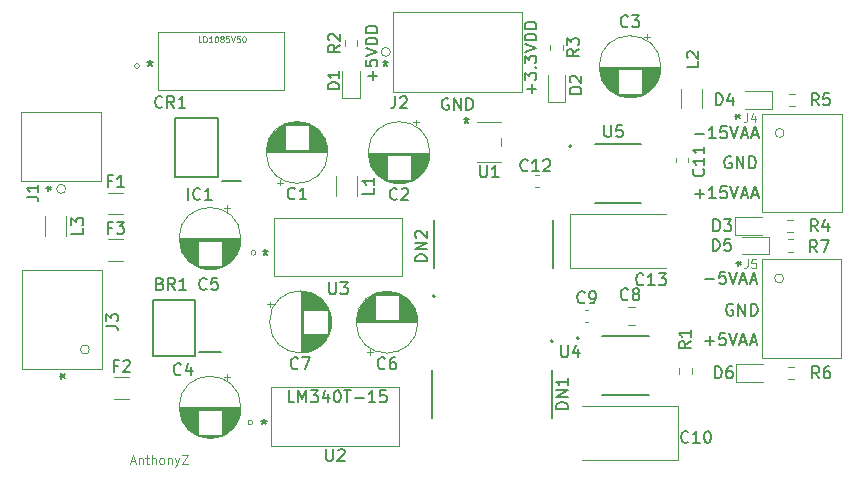
<source format=gbr>
%TF.GenerationSoftware,KiCad,Pcbnew,(6.0.9)*%
%TF.CreationDate,2022-11-12T23:53:35-05:00*%
%TF.ProjectId,CurrentSense_PS,43757272-656e-4745-9365-6e73655f5053,rev?*%
%TF.SameCoordinates,Original*%
%TF.FileFunction,Legend,Top*%
%TF.FilePolarity,Positive*%
%FSLAX46Y46*%
G04 Gerber Fmt 4.6, Leading zero omitted, Abs format (unit mm)*
G04 Created by KiCad (PCBNEW (6.0.9)) date 2022-11-12 23:53:35*
%MOMM*%
%LPD*%
G01*
G04 APERTURE LIST*
%ADD10C,0.150000*%
%ADD11C,0.120000*%
%ADD12C,0.075000*%
%ADD13C,0.127000*%
%ADD14C,0.200000*%
G04 APERTURE END LIST*
D10*
X115490952Y-77033428D02*
X116252857Y-77033428D01*
X115871904Y-77414380D02*
X115871904Y-76652476D01*
X117252857Y-77414380D02*
X116681428Y-77414380D01*
X116967142Y-77414380D02*
X116967142Y-76414380D01*
X116871904Y-76557238D01*
X116776666Y-76652476D01*
X116681428Y-76700095D01*
X118157619Y-76414380D02*
X117681428Y-76414380D01*
X117633809Y-76890571D01*
X117681428Y-76842952D01*
X117776666Y-76795333D01*
X118014761Y-76795333D01*
X118110000Y-76842952D01*
X118157619Y-76890571D01*
X118205238Y-76985809D01*
X118205238Y-77223904D01*
X118157619Y-77319142D01*
X118110000Y-77366761D01*
X118014761Y-77414380D01*
X117776666Y-77414380D01*
X117681428Y-77366761D01*
X117633809Y-77319142D01*
X118490952Y-76414380D02*
X118824285Y-77414380D01*
X119157619Y-76414380D01*
X119443333Y-77128666D02*
X119919523Y-77128666D01*
X119348095Y-77414380D02*
X119681428Y-76414380D01*
X120014761Y-77414380D01*
X120300476Y-77128666D02*
X120776666Y-77128666D01*
X120205238Y-77414380D02*
X120538571Y-76414380D01*
X120871904Y-77414380D01*
X115490952Y-71953428D02*
X116252857Y-71953428D01*
X117252857Y-72334380D02*
X116681428Y-72334380D01*
X116967142Y-72334380D02*
X116967142Y-71334380D01*
X116871904Y-71477238D01*
X116776666Y-71572476D01*
X116681428Y-71620095D01*
X118157619Y-71334380D02*
X117681428Y-71334380D01*
X117633809Y-71810571D01*
X117681428Y-71762952D01*
X117776666Y-71715333D01*
X118014761Y-71715333D01*
X118110000Y-71762952D01*
X118157619Y-71810571D01*
X118205238Y-71905809D01*
X118205238Y-72143904D01*
X118157619Y-72239142D01*
X118110000Y-72286761D01*
X118014761Y-72334380D01*
X117776666Y-72334380D01*
X117681428Y-72286761D01*
X117633809Y-72239142D01*
X118490952Y-71334380D02*
X118824285Y-72334380D01*
X119157619Y-71334380D01*
X119443333Y-72048666D02*
X119919523Y-72048666D01*
X119348095Y-72334380D02*
X119681428Y-71334380D01*
X120014761Y-72334380D01*
X120300476Y-72048666D02*
X120776666Y-72048666D01*
X120205238Y-72334380D02*
X120538571Y-71334380D01*
X120871904Y-72334380D01*
X118694295Y-86393400D02*
X118599057Y-86345780D01*
X118456200Y-86345780D01*
X118313342Y-86393400D01*
X118218104Y-86488638D01*
X118170485Y-86583876D01*
X118122866Y-86774352D01*
X118122866Y-86917209D01*
X118170485Y-87107685D01*
X118218104Y-87202923D01*
X118313342Y-87298161D01*
X118456200Y-87345780D01*
X118551438Y-87345780D01*
X118694295Y-87298161D01*
X118741914Y-87250542D01*
X118741914Y-86917209D01*
X118551438Y-86917209D01*
X119170485Y-87345780D02*
X119170485Y-86345780D01*
X119741914Y-87345780D01*
X119741914Y-86345780D01*
X120218104Y-87345780D02*
X120218104Y-86345780D01*
X120456200Y-86345780D01*
X120599057Y-86393400D01*
X120694295Y-86488638D01*
X120741914Y-86583876D01*
X120789533Y-86774352D01*
X120789533Y-86917209D01*
X120741914Y-87107685D01*
X120694295Y-87202923D01*
X120599057Y-87298161D01*
X120456200Y-87345780D01*
X120218104Y-87345780D01*
X94615095Y-68969000D02*
X94519857Y-68921380D01*
X94377000Y-68921380D01*
X94234142Y-68969000D01*
X94138904Y-69064238D01*
X94091285Y-69159476D01*
X94043666Y-69349952D01*
X94043666Y-69492809D01*
X94091285Y-69683285D01*
X94138904Y-69778523D01*
X94234142Y-69873761D01*
X94377000Y-69921380D01*
X94472238Y-69921380D01*
X94615095Y-69873761D01*
X94662714Y-69826142D01*
X94662714Y-69492809D01*
X94472238Y-69492809D01*
X95091285Y-69921380D02*
X95091285Y-68921380D01*
X95662714Y-69921380D01*
X95662714Y-68921380D01*
X96138904Y-69921380D02*
X96138904Y-68921380D01*
X96377000Y-68921380D01*
X96519857Y-68969000D01*
X96615095Y-69064238D01*
X96662714Y-69159476D01*
X96710333Y-69349952D01*
X96710333Y-69492809D01*
X96662714Y-69683285D01*
X96615095Y-69778523D01*
X96519857Y-69873761D01*
X96377000Y-69921380D01*
X96138904Y-69921380D01*
X118541895Y-73922000D02*
X118446657Y-73874380D01*
X118303800Y-73874380D01*
X118160942Y-73922000D01*
X118065704Y-74017238D01*
X118018085Y-74112476D01*
X117970466Y-74302952D01*
X117970466Y-74445809D01*
X118018085Y-74636285D01*
X118065704Y-74731523D01*
X118160942Y-74826761D01*
X118303800Y-74874380D01*
X118399038Y-74874380D01*
X118541895Y-74826761D01*
X118589514Y-74779142D01*
X118589514Y-74445809D01*
X118399038Y-74445809D01*
X119018085Y-74874380D02*
X119018085Y-73874380D01*
X119589514Y-74874380D01*
X119589514Y-73874380D01*
X120065704Y-74874380D02*
X120065704Y-73874380D01*
X120303800Y-73874380D01*
X120446657Y-73922000D01*
X120541895Y-74017238D01*
X120589514Y-74112476D01*
X120637133Y-74302952D01*
X120637133Y-74445809D01*
X120589514Y-74636285D01*
X120541895Y-74731523D01*
X120446657Y-74826761D01*
X120303800Y-74874380D01*
X120065704Y-74874380D01*
X88209428Y-67436714D02*
X88209428Y-66674809D01*
X88590380Y-67055761D02*
X87828476Y-67055761D01*
X87590380Y-65722428D02*
X87590380Y-66198619D01*
X88066571Y-66246238D01*
X88018952Y-66198619D01*
X87971333Y-66103380D01*
X87971333Y-65865285D01*
X88018952Y-65770047D01*
X88066571Y-65722428D01*
X88161809Y-65674809D01*
X88399904Y-65674809D01*
X88495142Y-65722428D01*
X88542761Y-65770047D01*
X88590380Y-65865285D01*
X88590380Y-66103380D01*
X88542761Y-66198619D01*
X88495142Y-66246238D01*
X87590380Y-65389095D02*
X88590380Y-65055761D01*
X87590380Y-64722428D01*
X88590380Y-64389095D02*
X87590380Y-64389095D01*
X87590380Y-64151000D01*
X87638000Y-64008142D01*
X87733238Y-63912904D01*
X87828476Y-63865285D01*
X88018952Y-63817666D01*
X88161809Y-63817666D01*
X88352285Y-63865285D01*
X88447523Y-63912904D01*
X88542761Y-64008142D01*
X88590380Y-64151000D01*
X88590380Y-64389095D01*
X88590380Y-63389095D02*
X87590380Y-63389095D01*
X87590380Y-63151000D01*
X87638000Y-63008142D01*
X87733238Y-62912904D01*
X87828476Y-62865285D01*
X88018952Y-62817666D01*
X88161809Y-62817666D01*
X88352285Y-62865285D01*
X88447523Y-62912904D01*
X88542761Y-63008142D01*
X88590380Y-63151000D01*
X88590380Y-63389095D01*
D11*
X67711142Y-99693000D02*
X68068285Y-99693000D01*
X67639714Y-99907285D02*
X67889714Y-99157285D01*
X68139714Y-99907285D01*
X68389714Y-99407285D02*
X68389714Y-99907285D01*
X68389714Y-99478714D02*
X68425428Y-99443000D01*
X68496857Y-99407285D01*
X68604000Y-99407285D01*
X68675428Y-99443000D01*
X68711142Y-99514428D01*
X68711142Y-99907285D01*
X68961142Y-99407285D02*
X69246857Y-99407285D01*
X69068285Y-99157285D02*
X69068285Y-99800142D01*
X69104000Y-99871571D01*
X69175428Y-99907285D01*
X69246857Y-99907285D01*
X69496857Y-99907285D02*
X69496857Y-99157285D01*
X69818285Y-99907285D02*
X69818285Y-99514428D01*
X69782571Y-99443000D01*
X69711142Y-99407285D01*
X69604000Y-99407285D01*
X69532571Y-99443000D01*
X69496857Y-99478714D01*
X70282571Y-99907285D02*
X70211142Y-99871571D01*
X70175428Y-99835857D01*
X70139714Y-99764428D01*
X70139714Y-99550142D01*
X70175428Y-99478714D01*
X70211142Y-99443000D01*
X70282571Y-99407285D01*
X70389714Y-99407285D01*
X70461142Y-99443000D01*
X70496857Y-99478714D01*
X70532571Y-99550142D01*
X70532571Y-99764428D01*
X70496857Y-99835857D01*
X70461142Y-99871571D01*
X70389714Y-99907285D01*
X70282571Y-99907285D01*
X70854000Y-99407285D02*
X70854000Y-99907285D01*
X70854000Y-99478714D02*
X70889714Y-99443000D01*
X70961142Y-99407285D01*
X71068285Y-99407285D01*
X71139714Y-99443000D01*
X71175428Y-99514428D01*
X71175428Y-99907285D01*
X71461142Y-99407285D02*
X71639714Y-99907285D01*
X71818285Y-99407285D02*
X71639714Y-99907285D01*
X71568285Y-100085857D01*
X71532571Y-100121571D01*
X71461142Y-100157285D01*
X72032571Y-99157285D02*
X72532571Y-99157285D01*
X72032571Y-99907285D01*
X72532571Y-99907285D01*
D10*
X101671428Y-68532000D02*
X101671428Y-67770095D01*
X102052380Y-68151047D02*
X101290476Y-68151047D01*
X101052380Y-67389142D02*
X101052380Y-66770095D01*
X101433333Y-67103428D01*
X101433333Y-66960571D01*
X101480952Y-66865333D01*
X101528571Y-66817714D01*
X101623809Y-66770095D01*
X101861904Y-66770095D01*
X101957142Y-66817714D01*
X102004761Y-66865333D01*
X102052380Y-66960571D01*
X102052380Y-67246285D01*
X102004761Y-67341523D01*
X101957142Y-67389142D01*
X101957142Y-66341523D02*
X102004761Y-66293904D01*
X102052380Y-66341523D01*
X102004761Y-66389142D01*
X101957142Y-66341523D01*
X102052380Y-66341523D01*
X101052380Y-65960571D02*
X101052380Y-65341523D01*
X101433333Y-65674857D01*
X101433333Y-65532000D01*
X101480952Y-65436761D01*
X101528571Y-65389142D01*
X101623809Y-65341523D01*
X101861904Y-65341523D01*
X101957142Y-65389142D01*
X102004761Y-65436761D01*
X102052380Y-65532000D01*
X102052380Y-65817714D01*
X102004761Y-65912952D01*
X101957142Y-65960571D01*
X101052380Y-65055809D02*
X102052380Y-64722476D01*
X101052380Y-64389142D01*
X102052380Y-64055809D02*
X101052380Y-64055809D01*
X101052380Y-63817714D01*
X101100000Y-63674857D01*
X101195238Y-63579619D01*
X101290476Y-63532000D01*
X101480952Y-63484380D01*
X101623809Y-63484380D01*
X101814285Y-63532000D01*
X101909523Y-63579619D01*
X102004761Y-63674857D01*
X102052380Y-63817714D01*
X102052380Y-64055809D01*
X102052380Y-63055809D02*
X101052380Y-63055809D01*
X101052380Y-62817714D01*
X101100000Y-62674857D01*
X101195238Y-62579619D01*
X101290476Y-62532000D01*
X101480952Y-62484380D01*
X101623809Y-62484380D01*
X101814285Y-62532000D01*
X101909523Y-62579619D01*
X102004761Y-62674857D01*
X102052380Y-62817714D01*
X102052380Y-63055809D01*
X116348142Y-84272428D02*
X117110047Y-84272428D01*
X118062428Y-83653380D02*
X117586238Y-83653380D01*
X117538619Y-84129571D01*
X117586238Y-84081952D01*
X117681476Y-84034333D01*
X117919571Y-84034333D01*
X118014809Y-84081952D01*
X118062428Y-84129571D01*
X118110047Y-84224809D01*
X118110047Y-84462904D01*
X118062428Y-84558142D01*
X118014809Y-84605761D01*
X117919571Y-84653380D01*
X117681476Y-84653380D01*
X117586238Y-84605761D01*
X117538619Y-84558142D01*
X118395761Y-83653380D02*
X118729095Y-84653380D01*
X119062428Y-83653380D01*
X119348142Y-84367666D02*
X119824333Y-84367666D01*
X119252904Y-84653380D02*
X119586238Y-83653380D01*
X119919571Y-84653380D01*
X120205285Y-84367666D02*
X120681476Y-84367666D01*
X120110047Y-84653380D02*
X120443380Y-83653380D01*
X120776714Y-84653380D01*
X116348142Y-89479428D02*
X117110047Y-89479428D01*
X116729095Y-89860380D02*
X116729095Y-89098476D01*
X118062428Y-88860380D02*
X117586238Y-88860380D01*
X117538619Y-89336571D01*
X117586238Y-89288952D01*
X117681476Y-89241333D01*
X117919571Y-89241333D01*
X118014809Y-89288952D01*
X118062428Y-89336571D01*
X118110047Y-89431809D01*
X118110047Y-89669904D01*
X118062428Y-89765142D01*
X118014809Y-89812761D01*
X117919571Y-89860380D01*
X117681476Y-89860380D01*
X117586238Y-89812761D01*
X117538619Y-89765142D01*
X118395761Y-88860380D02*
X118729095Y-89860380D01*
X119062428Y-88860380D01*
X119348142Y-89574666D02*
X119824333Y-89574666D01*
X119252904Y-89860380D02*
X119586238Y-88860380D01*
X119919571Y-89860380D01*
X120205285Y-89574666D02*
X120681476Y-89574666D01*
X120110047Y-89860380D02*
X120443380Y-88860380D01*
X120776714Y-89860380D01*
%TO.C,C4*%
X71969333Y-92305142D02*
X71921714Y-92352761D01*
X71778857Y-92400380D01*
X71683619Y-92400380D01*
X71540761Y-92352761D01*
X71445523Y-92257523D01*
X71397904Y-92162285D01*
X71350285Y-91971809D01*
X71350285Y-91828952D01*
X71397904Y-91638476D01*
X71445523Y-91543238D01*
X71540761Y-91448000D01*
X71683619Y-91400380D01*
X71778857Y-91400380D01*
X71921714Y-91448000D01*
X71969333Y-91495619D01*
X72826476Y-91733714D02*
X72826476Y-92400380D01*
X72588380Y-91352761D02*
X72350285Y-92067047D01*
X72969333Y-92067047D01*
%TO.C,D6*%
X117180904Y-92654380D02*
X117180904Y-91654380D01*
X117419000Y-91654380D01*
X117561857Y-91702000D01*
X117657095Y-91797238D01*
X117704714Y-91892476D01*
X117752333Y-92082952D01*
X117752333Y-92225809D01*
X117704714Y-92416285D01*
X117657095Y-92511523D01*
X117561857Y-92606761D01*
X117419000Y-92654380D01*
X117180904Y-92654380D01*
X118609476Y-91654380D02*
X118419000Y-91654380D01*
X118323761Y-91702000D01*
X118276142Y-91749619D01*
X118180904Y-91892476D01*
X118133285Y-92082952D01*
X118133285Y-92463904D01*
X118180904Y-92559142D01*
X118228523Y-92606761D01*
X118323761Y-92654380D01*
X118514238Y-92654380D01*
X118609476Y-92606761D01*
X118657095Y-92559142D01*
X118704714Y-92463904D01*
X118704714Y-92225809D01*
X118657095Y-92130571D01*
X118609476Y-92082952D01*
X118514238Y-92035333D01*
X118323761Y-92035333D01*
X118228523Y-92082952D01*
X118180904Y-92130571D01*
X118133285Y-92225809D01*
%TO.C,R3*%
X105641380Y-64809666D02*
X105165190Y-65143000D01*
X105641380Y-65381095D02*
X104641380Y-65381095D01*
X104641380Y-65000142D01*
X104689000Y-64904904D01*
X104736619Y-64857285D01*
X104831857Y-64809666D01*
X104974714Y-64809666D01*
X105069952Y-64857285D01*
X105117571Y-64904904D01*
X105165190Y-65000142D01*
X105165190Y-65381095D01*
X104641380Y-64476333D02*
X104641380Y-63857285D01*
X105022333Y-64190619D01*
X105022333Y-64047761D01*
X105069952Y-63952523D01*
X105117571Y-63904904D01*
X105212809Y-63857285D01*
X105450904Y-63857285D01*
X105546142Y-63904904D01*
X105593761Y-63952523D01*
X105641380Y-64047761D01*
X105641380Y-64333476D01*
X105593761Y-64428714D01*
X105546142Y-64476333D01*
%TO.C,CR1*%
X70381933Y-69660022D02*
X70334314Y-69707641D01*
X70191457Y-69755260D01*
X70096219Y-69755260D01*
X69953361Y-69707641D01*
X69858123Y-69612403D01*
X69810504Y-69517165D01*
X69762885Y-69326689D01*
X69762885Y-69183832D01*
X69810504Y-68993356D01*
X69858123Y-68898118D01*
X69953361Y-68802880D01*
X70096219Y-68755260D01*
X70191457Y-68755260D01*
X70334314Y-68802880D01*
X70381933Y-68850499D01*
X71381933Y-69755260D02*
X71048600Y-69279070D01*
X70810504Y-69755260D02*
X70810504Y-68755260D01*
X71191457Y-68755260D01*
X71286695Y-68802880D01*
X71334314Y-68850499D01*
X71381933Y-68945737D01*
X71381933Y-69088594D01*
X71334314Y-69183832D01*
X71286695Y-69231451D01*
X71191457Y-69279070D01*
X70810504Y-69279070D01*
X72334314Y-69755260D02*
X71762885Y-69755260D01*
X72048600Y-69755260D02*
X72048600Y-68755260D01*
X71953361Y-68898118D01*
X71858123Y-68993356D01*
X71762885Y-69040975D01*
D12*
X73699904Y-64195070D02*
X73461809Y-64195070D01*
X73461809Y-63695070D01*
X73866571Y-64195070D02*
X73866571Y-63695070D01*
X73985619Y-63695070D01*
X74057047Y-63718880D01*
X74104666Y-63766499D01*
X74128476Y-63814118D01*
X74152285Y-63909356D01*
X74152285Y-63980784D01*
X74128476Y-64076022D01*
X74104666Y-64123641D01*
X74057047Y-64171260D01*
X73985619Y-64195070D01*
X73866571Y-64195070D01*
X74628476Y-64195070D02*
X74342761Y-64195070D01*
X74485619Y-64195070D02*
X74485619Y-63695070D01*
X74438000Y-63766499D01*
X74390380Y-63814118D01*
X74342761Y-63837927D01*
X74938000Y-63695070D02*
X74985619Y-63695070D01*
X75033238Y-63718880D01*
X75057047Y-63742689D01*
X75080857Y-63790308D01*
X75104666Y-63885546D01*
X75104666Y-64004594D01*
X75080857Y-64099832D01*
X75057047Y-64147451D01*
X75033238Y-64171260D01*
X74985619Y-64195070D01*
X74938000Y-64195070D01*
X74890380Y-64171260D01*
X74866571Y-64147451D01*
X74842761Y-64099832D01*
X74818952Y-64004594D01*
X74818952Y-63885546D01*
X74842761Y-63790308D01*
X74866571Y-63742689D01*
X74890380Y-63718880D01*
X74938000Y-63695070D01*
X75390380Y-63909356D02*
X75342761Y-63885546D01*
X75318952Y-63861737D01*
X75295142Y-63814118D01*
X75295142Y-63790308D01*
X75318952Y-63742689D01*
X75342761Y-63718880D01*
X75390380Y-63695070D01*
X75485619Y-63695070D01*
X75533238Y-63718880D01*
X75557047Y-63742689D01*
X75580857Y-63790308D01*
X75580857Y-63814118D01*
X75557047Y-63861737D01*
X75533238Y-63885546D01*
X75485619Y-63909356D01*
X75390380Y-63909356D01*
X75342761Y-63933165D01*
X75318952Y-63956975D01*
X75295142Y-64004594D01*
X75295142Y-64099832D01*
X75318952Y-64147451D01*
X75342761Y-64171260D01*
X75390380Y-64195070D01*
X75485619Y-64195070D01*
X75533238Y-64171260D01*
X75557047Y-64147451D01*
X75580857Y-64099832D01*
X75580857Y-64004594D01*
X75557047Y-63956975D01*
X75533238Y-63933165D01*
X75485619Y-63909356D01*
X76033238Y-63695070D02*
X75795142Y-63695070D01*
X75771333Y-63933165D01*
X75795142Y-63909356D01*
X75842761Y-63885546D01*
X75961809Y-63885546D01*
X76009428Y-63909356D01*
X76033238Y-63933165D01*
X76057047Y-63980784D01*
X76057047Y-64099832D01*
X76033238Y-64147451D01*
X76009428Y-64171260D01*
X75961809Y-64195070D01*
X75842761Y-64195070D01*
X75795142Y-64171260D01*
X75771333Y-64147451D01*
X76199904Y-63695070D02*
X76366571Y-64195070D01*
X76533238Y-63695070D01*
X76938000Y-63695070D02*
X76699904Y-63695070D01*
X76676095Y-63933165D01*
X76699904Y-63909356D01*
X76747523Y-63885546D01*
X76866571Y-63885546D01*
X76914190Y-63909356D01*
X76938000Y-63933165D01*
X76961809Y-63980784D01*
X76961809Y-64099832D01*
X76938000Y-64147451D01*
X76914190Y-64171260D01*
X76866571Y-64195070D01*
X76747523Y-64195070D01*
X76699904Y-64171260D01*
X76676095Y-64147451D01*
X77271333Y-63695070D02*
X77318952Y-63695070D01*
X77366571Y-63718880D01*
X77390380Y-63742689D01*
X77414190Y-63790308D01*
X77438000Y-63885546D01*
X77438000Y-64004594D01*
X77414190Y-64099832D01*
X77390380Y-64147451D01*
X77366571Y-64171260D01*
X77318952Y-64195070D01*
X77271333Y-64195070D01*
X77223714Y-64171260D01*
X77199904Y-64147451D01*
X77176095Y-64099832D01*
X77152285Y-64004594D01*
X77152285Y-63885546D01*
X77176095Y-63790308D01*
X77199904Y-63742689D01*
X77223714Y-63718880D01*
X77271333Y-63695070D01*
D10*
X69342000Y-65746380D02*
X69342000Y-65984476D01*
X69103904Y-65889238D02*
X69342000Y-65984476D01*
X69580095Y-65889238D01*
X69199142Y-66174952D02*
X69342000Y-65984476D01*
X69484857Y-66174952D01*
%TO.C,L3*%
X63693380Y-79922666D02*
X63693380Y-80398857D01*
X62693380Y-80398857D01*
X62693380Y-79684571D02*
X62693380Y-79065523D01*
X63074333Y-79398857D01*
X63074333Y-79256000D01*
X63121952Y-79160761D01*
X63169571Y-79113142D01*
X63264809Y-79065523D01*
X63502904Y-79065523D01*
X63598142Y-79113142D01*
X63645761Y-79160761D01*
X63693380Y-79256000D01*
X63693380Y-79541714D01*
X63645761Y-79636952D01*
X63598142Y-79684571D01*
%TO.C,L1*%
X88331380Y-76544666D02*
X88331380Y-77020857D01*
X87331380Y-77020857D01*
X88331380Y-75687523D02*
X88331380Y-76258952D01*
X88331380Y-75973238D02*
X87331380Y-75973238D01*
X87474238Y-76068476D01*
X87569476Y-76163714D01*
X87617095Y-76258952D01*
%TO.C,R2*%
X85415380Y-64428666D02*
X84939190Y-64762000D01*
X85415380Y-65000095D02*
X84415380Y-65000095D01*
X84415380Y-64619142D01*
X84463000Y-64523904D01*
X84510619Y-64476285D01*
X84605857Y-64428666D01*
X84748714Y-64428666D01*
X84843952Y-64476285D01*
X84891571Y-64523904D01*
X84939190Y-64619142D01*
X84939190Y-65000095D01*
X84510619Y-64047714D02*
X84463000Y-64000095D01*
X84415380Y-63904857D01*
X84415380Y-63666761D01*
X84463000Y-63571523D01*
X84510619Y-63523904D01*
X84605857Y-63476285D01*
X84701095Y-63476285D01*
X84843952Y-63523904D01*
X85415380Y-64095333D01*
X85415380Y-63476285D01*
%TO.C,R5*%
X125944333Y-69540380D02*
X125611000Y-69064190D01*
X125372904Y-69540380D02*
X125372904Y-68540380D01*
X125753857Y-68540380D01*
X125849095Y-68588000D01*
X125896714Y-68635619D01*
X125944333Y-68730857D01*
X125944333Y-68873714D01*
X125896714Y-68968952D01*
X125849095Y-69016571D01*
X125753857Y-69064190D01*
X125372904Y-69064190D01*
X126849095Y-68540380D02*
X126372904Y-68540380D01*
X126325285Y-69016571D01*
X126372904Y-68968952D01*
X126468142Y-68921333D01*
X126706238Y-68921333D01*
X126801476Y-68968952D01*
X126849095Y-69016571D01*
X126896714Y-69111809D01*
X126896714Y-69349904D01*
X126849095Y-69445142D01*
X126801476Y-69492761D01*
X126706238Y-69540380D01*
X126468142Y-69540380D01*
X126372904Y-69492761D01*
X126325285Y-69445142D01*
%TO.C,J1*%
X58888380Y-77295333D02*
X59602666Y-77295333D01*
X59745523Y-77342952D01*
X59840761Y-77438190D01*
X59888380Y-77581047D01*
X59888380Y-77676285D01*
X59888380Y-76295333D02*
X59888380Y-76866761D01*
X59888380Y-76581047D02*
X58888380Y-76581047D01*
X59031238Y-76676285D01*
X59126476Y-76771523D01*
X59174095Y-76866761D01*
X60539380Y-76581000D02*
X60777476Y-76581000D01*
X60682238Y-76819095D02*
X60777476Y-76581000D01*
X60682238Y-76342904D01*
X60967952Y-76723857D02*
X60777476Y-76581000D01*
X60967952Y-76438142D01*
%TO.C,U1*%
X97282095Y-74636380D02*
X97282095Y-75445904D01*
X97329714Y-75541142D01*
X97377333Y-75588761D01*
X97472571Y-75636380D01*
X97663047Y-75636380D01*
X97758285Y-75588761D01*
X97805904Y-75541142D01*
X97853523Y-75445904D01*
X97853523Y-74636380D01*
X98853523Y-75636380D02*
X98282095Y-75636380D01*
X98567809Y-75636380D02*
X98567809Y-74636380D01*
X98472571Y-74779238D01*
X98377333Y-74874476D01*
X98282095Y-74922095D01*
X96139000Y-70572380D02*
X96139000Y-70810476D01*
X95900904Y-70715238D02*
X96139000Y-70810476D01*
X96377095Y-70715238D01*
X95996142Y-71000952D02*
X96139000Y-70810476D01*
X96281857Y-71000952D01*
%TO.C,C7*%
X81875333Y-91797142D02*
X81827714Y-91844761D01*
X81684857Y-91892380D01*
X81589619Y-91892380D01*
X81446761Y-91844761D01*
X81351523Y-91749523D01*
X81303904Y-91654285D01*
X81256285Y-91463809D01*
X81256285Y-91320952D01*
X81303904Y-91130476D01*
X81351523Y-91035238D01*
X81446761Y-90940000D01*
X81589619Y-90892380D01*
X81684857Y-90892380D01*
X81827714Y-90940000D01*
X81875333Y-90987619D01*
X82208666Y-90892380D02*
X82875333Y-90892380D01*
X82446761Y-91892380D01*
%TO.C,J3*%
X65619380Y-88217333D02*
X66333666Y-88217333D01*
X66476523Y-88264952D01*
X66571761Y-88360190D01*
X66619380Y-88503047D01*
X66619380Y-88598285D01*
X65619380Y-87836380D02*
X65619380Y-87217333D01*
X66000333Y-87550666D01*
X66000333Y-87407809D01*
X66047952Y-87312571D01*
X66095571Y-87264952D01*
X66190809Y-87217333D01*
X66428904Y-87217333D01*
X66524142Y-87264952D01*
X66571761Y-87312571D01*
X66619380Y-87407809D01*
X66619380Y-87693523D01*
X66571761Y-87788761D01*
X66524142Y-87836380D01*
X61682380Y-92456000D02*
X61920476Y-92456000D01*
X61825238Y-92694095D02*
X61920476Y-92456000D01*
X61825238Y-92217904D01*
X62110952Y-92598857D02*
X61920476Y-92456000D01*
X62110952Y-92313142D01*
D11*
%TO.C,J4*%
X119892000Y-70201285D02*
X119892000Y-70737000D01*
X119856285Y-70844142D01*
X119784857Y-70915571D01*
X119677714Y-70951285D01*
X119606285Y-70951285D01*
X120570571Y-70451285D02*
X120570571Y-70951285D01*
X120392000Y-70165571D02*
X120213428Y-70701285D01*
X120677714Y-70701285D01*
D10*
X118832380Y-70485000D02*
X119070476Y-70485000D01*
X118975238Y-70723095D02*
X119070476Y-70485000D01*
X118975238Y-70246904D01*
X119260952Y-70627857D02*
X119070476Y-70485000D01*
X119260952Y-70342142D01*
%TO.C,R4*%
X125880333Y-80208380D02*
X125547000Y-79732190D01*
X125308904Y-80208380D02*
X125308904Y-79208380D01*
X125689857Y-79208380D01*
X125785095Y-79256000D01*
X125832714Y-79303619D01*
X125880333Y-79398857D01*
X125880333Y-79541714D01*
X125832714Y-79636952D01*
X125785095Y-79684571D01*
X125689857Y-79732190D01*
X125308904Y-79732190D01*
X126737476Y-79541714D02*
X126737476Y-80208380D01*
X126499380Y-79160761D02*
X126261285Y-79875047D01*
X126880333Y-79875047D01*
%TO.C,C13*%
X111117142Y-84685142D02*
X111069523Y-84732761D01*
X110926666Y-84780380D01*
X110831428Y-84780380D01*
X110688571Y-84732761D01*
X110593333Y-84637523D01*
X110545714Y-84542285D01*
X110498095Y-84351809D01*
X110498095Y-84208952D01*
X110545714Y-84018476D01*
X110593333Y-83923238D01*
X110688571Y-83828000D01*
X110831428Y-83780380D01*
X110926666Y-83780380D01*
X111069523Y-83828000D01*
X111117142Y-83875619D01*
X112069523Y-84780380D02*
X111498095Y-84780380D01*
X111783809Y-84780380D02*
X111783809Y-83780380D01*
X111688571Y-83923238D01*
X111593333Y-84018476D01*
X111498095Y-84066095D01*
X112402857Y-83780380D02*
X113021904Y-83780380D01*
X112688571Y-84161333D01*
X112831428Y-84161333D01*
X112926666Y-84208952D01*
X112974285Y-84256571D01*
X113021904Y-84351809D01*
X113021904Y-84589904D01*
X112974285Y-84685142D01*
X112926666Y-84732761D01*
X112831428Y-84780380D01*
X112545714Y-84780380D01*
X112450476Y-84732761D01*
X112402857Y-84685142D01*
%TO.C,F1*%
X66087666Y-75959571D02*
X65754333Y-75959571D01*
X65754333Y-76483380D02*
X65754333Y-75483380D01*
X66230523Y-75483380D01*
X67135285Y-76483380D02*
X66563857Y-76483380D01*
X66849571Y-76483380D02*
X66849571Y-75483380D01*
X66754333Y-75626238D01*
X66659095Y-75721476D01*
X66563857Y-75769095D01*
%TO.C,C3*%
X109815333Y-62841142D02*
X109767714Y-62888761D01*
X109624857Y-62936380D01*
X109529619Y-62936380D01*
X109386761Y-62888761D01*
X109291523Y-62793523D01*
X109243904Y-62698285D01*
X109196285Y-62507809D01*
X109196285Y-62364952D01*
X109243904Y-62174476D01*
X109291523Y-62079238D01*
X109386761Y-61984000D01*
X109529619Y-61936380D01*
X109624857Y-61936380D01*
X109767714Y-61984000D01*
X109815333Y-62031619D01*
X110148666Y-61936380D02*
X110767714Y-61936380D01*
X110434380Y-62317333D01*
X110577238Y-62317333D01*
X110672476Y-62364952D01*
X110720095Y-62412571D01*
X110767714Y-62507809D01*
X110767714Y-62745904D01*
X110720095Y-62841142D01*
X110672476Y-62888761D01*
X110577238Y-62936380D01*
X110291523Y-62936380D01*
X110196285Y-62888761D01*
X110148666Y-62841142D01*
%TO.C,R1*%
X115107980Y-89523866D02*
X114631790Y-89857200D01*
X115107980Y-90095295D02*
X114107980Y-90095295D01*
X114107980Y-89714342D01*
X114155600Y-89619104D01*
X114203219Y-89571485D01*
X114298457Y-89523866D01*
X114441314Y-89523866D01*
X114536552Y-89571485D01*
X114584171Y-89619104D01*
X114631790Y-89714342D01*
X114631790Y-90095295D01*
X115107980Y-88571485D02*
X115107980Y-89142914D01*
X115107980Y-88857200D02*
X114107980Y-88857200D01*
X114250838Y-88952438D01*
X114346076Y-89047676D01*
X114393695Y-89142914D01*
%TO.C,C10*%
X114927142Y-98020142D02*
X114879523Y-98067761D01*
X114736666Y-98115380D01*
X114641428Y-98115380D01*
X114498571Y-98067761D01*
X114403333Y-97972523D01*
X114355714Y-97877285D01*
X114308095Y-97686809D01*
X114308095Y-97543952D01*
X114355714Y-97353476D01*
X114403333Y-97258238D01*
X114498571Y-97163000D01*
X114641428Y-97115380D01*
X114736666Y-97115380D01*
X114879523Y-97163000D01*
X114927142Y-97210619D01*
X115879523Y-98115380D02*
X115308095Y-98115380D01*
X115593809Y-98115380D02*
X115593809Y-97115380D01*
X115498571Y-97258238D01*
X115403333Y-97353476D01*
X115308095Y-97401095D01*
X116498571Y-97115380D02*
X116593809Y-97115380D01*
X116689047Y-97163000D01*
X116736666Y-97210619D01*
X116784285Y-97305857D01*
X116831904Y-97496333D01*
X116831904Y-97734428D01*
X116784285Y-97924904D01*
X116736666Y-98020142D01*
X116689047Y-98067761D01*
X116593809Y-98115380D01*
X116498571Y-98115380D01*
X116403333Y-98067761D01*
X116355714Y-98020142D01*
X116308095Y-97924904D01*
X116260476Y-97734428D01*
X116260476Y-97496333D01*
X116308095Y-97305857D01*
X116355714Y-97210619D01*
X116403333Y-97163000D01*
X116498571Y-97115380D01*
%TO.C,D4*%
X117244904Y-69540380D02*
X117244904Y-68540380D01*
X117483000Y-68540380D01*
X117625857Y-68588000D01*
X117721095Y-68683238D01*
X117768714Y-68778476D01*
X117816333Y-68968952D01*
X117816333Y-69111809D01*
X117768714Y-69302285D01*
X117721095Y-69397523D01*
X117625857Y-69492761D01*
X117483000Y-69540380D01*
X117244904Y-69540380D01*
X118673476Y-68873714D02*
X118673476Y-69540380D01*
X118435380Y-68492761D02*
X118197285Y-69207047D01*
X118816333Y-69207047D01*
%TO.C,C8*%
X109815333Y-85955142D02*
X109767714Y-86002761D01*
X109624857Y-86050380D01*
X109529619Y-86050380D01*
X109386761Y-86002761D01*
X109291523Y-85907523D01*
X109243904Y-85812285D01*
X109196285Y-85621809D01*
X109196285Y-85478952D01*
X109243904Y-85288476D01*
X109291523Y-85193238D01*
X109386761Y-85098000D01*
X109529619Y-85050380D01*
X109624857Y-85050380D01*
X109767714Y-85098000D01*
X109815333Y-85145619D01*
X110386761Y-85478952D02*
X110291523Y-85431333D01*
X110243904Y-85383714D01*
X110196285Y-85288476D01*
X110196285Y-85240857D01*
X110243904Y-85145619D01*
X110291523Y-85098000D01*
X110386761Y-85050380D01*
X110577238Y-85050380D01*
X110672476Y-85098000D01*
X110720095Y-85145619D01*
X110767714Y-85240857D01*
X110767714Y-85288476D01*
X110720095Y-85383714D01*
X110672476Y-85431333D01*
X110577238Y-85478952D01*
X110386761Y-85478952D01*
X110291523Y-85526571D01*
X110243904Y-85574190D01*
X110196285Y-85669428D01*
X110196285Y-85859904D01*
X110243904Y-85955142D01*
X110291523Y-86002761D01*
X110386761Y-86050380D01*
X110577238Y-86050380D01*
X110672476Y-86002761D01*
X110720095Y-85955142D01*
X110767714Y-85859904D01*
X110767714Y-85669428D01*
X110720095Y-85574190D01*
X110672476Y-85526571D01*
X110577238Y-85478952D01*
%TO.C,C5*%
X74128333Y-85066142D02*
X74080714Y-85113761D01*
X73937857Y-85161380D01*
X73842619Y-85161380D01*
X73699761Y-85113761D01*
X73604523Y-85018523D01*
X73556904Y-84923285D01*
X73509285Y-84732809D01*
X73509285Y-84589952D01*
X73556904Y-84399476D01*
X73604523Y-84304238D01*
X73699761Y-84209000D01*
X73842619Y-84161380D01*
X73937857Y-84161380D01*
X74080714Y-84209000D01*
X74128333Y-84256619D01*
X75033095Y-84161380D02*
X74556904Y-84161380D01*
X74509285Y-84637571D01*
X74556904Y-84589952D01*
X74652142Y-84542333D01*
X74890238Y-84542333D01*
X74985476Y-84589952D01*
X75033095Y-84637571D01*
X75080714Y-84732809D01*
X75080714Y-84970904D01*
X75033095Y-85066142D01*
X74985476Y-85113761D01*
X74890238Y-85161380D01*
X74652142Y-85161380D01*
X74556904Y-85113761D01*
X74509285Y-85066142D01*
%TO.C,F2*%
X66595666Y-91580571D02*
X66262333Y-91580571D01*
X66262333Y-92104380D02*
X66262333Y-91104380D01*
X66738523Y-91104380D01*
X67071857Y-91199619D02*
X67119476Y-91152000D01*
X67214714Y-91104380D01*
X67452809Y-91104380D01*
X67548047Y-91152000D01*
X67595666Y-91199619D01*
X67643285Y-91294857D01*
X67643285Y-91390095D01*
X67595666Y-91532952D01*
X67024238Y-92104380D01*
X67643285Y-92104380D01*
%TO.C,D1*%
X85382380Y-68175095D02*
X84382380Y-68175095D01*
X84382380Y-67937000D01*
X84430000Y-67794142D01*
X84525238Y-67698904D01*
X84620476Y-67651285D01*
X84810952Y-67603666D01*
X84953809Y-67603666D01*
X85144285Y-67651285D01*
X85239523Y-67698904D01*
X85334761Y-67794142D01*
X85382380Y-67937000D01*
X85382380Y-68175095D01*
X85382380Y-66651285D02*
X85382380Y-67222714D01*
X85382380Y-66937000D02*
X84382380Y-66937000D01*
X84525238Y-67032238D01*
X84620476Y-67127476D01*
X84668095Y-67222714D01*
%TO.C,U5*%
X107820095Y-71226380D02*
X107820095Y-72035904D01*
X107867714Y-72131142D01*
X107915333Y-72178761D01*
X108010571Y-72226380D01*
X108201047Y-72226380D01*
X108296285Y-72178761D01*
X108343904Y-72131142D01*
X108391523Y-72035904D01*
X108391523Y-71226380D01*
X109343904Y-71226380D02*
X108867714Y-71226380D01*
X108820095Y-71702571D01*
X108867714Y-71654952D01*
X108962952Y-71607333D01*
X109201047Y-71607333D01*
X109296285Y-71654952D01*
X109343904Y-71702571D01*
X109391523Y-71797809D01*
X109391523Y-72035904D01*
X109343904Y-72131142D01*
X109296285Y-72178761D01*
X109201047Y-72226380D01*
X108962952Y-72226380D01*
X108867714Y-72178761D01*
X108820095Y-72131142D01*
%TO.C,C9*%
X106145333Y-86209142D02*
X106097714Y-86256761D01*
X105954857Y-86304380D01*
X105859619Y-86304380D01*
X105716761Y-86256761D01*
X105621523Y-86161523D01*
X105573904Y-86066285D01*
X105526285Y-85875809D01*
X105526285Y-85732952D01*
X105573904Y-85542476D01*
X105621523Y-85447238D01*
X105716761Y-85352000D01*
X105859619Y-85304380D01*
X105954857Y-85304380D01*
X106097714Y-85352000D01*
X106145333Y-85399619D01*
X106621523Y-86304380D02*
X106812000Y-86304380D01*
X106907238Y-86256761D01*
X106954857Y-86209142D01*
X107050095Y-86066285D01*
X107097714Y-85875809D01*
X107097714Y-85494857D01*
X107050095Y-85399619D01*
X107002476Y-85352000D01*
X106907238Y-85304380D01*
X106716761Y-85304380D01*
X106621523Y-85352000D01*
X106573904Y-85399619D01*
X106526285Y-85494857D01*
X106526285Y-85732952D01*
X106573904Y-85828190D01*
X106621523Y-85875809D01*
X106716761Y-85923428D01*
X106907238Y-85923428D01*
X107002476Y-85875809D01*
X107050095Y-85828190D01*
X107097714Y-85732952D01*
%TO.C,U4*%
X104140095Y-89876380D02*
X104140095Y-90685904D01*
X104187714Y-90781142D01*
X104235333Y-90828761D01*
X104330571Y-90876380D01*
X104521047Y-90876380D01*
X104616285Y-90828761D01*
X104663904Y-90781142D01*
X104711523Y-90685904D01*
X104711523Y-89876380D01*
X105616285Y-90209714D02*
X105616285Y-90876380D01*
X105378190Y-89828761D02*
X105140095Y-90543047D01*
X105759142Y-90543047D01*
%TO.C,DN2*%
X92781380Y-82742904D02*
X91781380Y-82742904D01*
X91781380Y-82504809D01*
X91829000Y-82361952D01*
X91924238Y-82266714D01*
X92019476Y-82219095D01*
X92209952Y-82171476D01*
X92352809Y-82171476D01*
X92543285Y-82219095D01*
X92638523Y-82266714D01*
X92733761Y-82361952D01*
X92781380Y-82504809D01*
X92781380Y-82742904D01*
X92781380Y-81742904D02*
X91781380Y-81742904D01*
X92781380Y-81171476D01*
X91781380Y-81171476D01*
X91876619Y-80742904D02*
X91829000Y-80695285D01*
X91781380Y-80600047D01*
X91781380Y-80361952D01*
X91829000Y-80266714D01*
X91876619Y-80219095D01*
X91971857Y-80171476D01*
X92067095Y-80171476D01*
X92209952Y-80219095D01*
X92781380Y-80790523D01*
X92781380Y-80171476D01*
%TO.C,L2*%
X115768380Y-65825666D02*
X115768380Y-66301857D01*
X114768380Y-66301857D01*
X114863619Y-65539952D02*
X114816000Y-65492333D01*
X114768380Y-65397095D01*
X114768380Y-65159000D01*
X114816000Y-65063761D01*
X114863619Y-65016142D01*
X114958857Y-64968523D01*
X115054095Y-64968523D01*
X115196952Y-65016142D01*
X115768380Y-65587571D01*
X115768380Y-64968523D01*
%TO.C,C2*%
X90257333Y-77446142D02*
X90209714Y-77493761D01*
X90066857Y-77541380D01*
X89971619Y-77541380D01*
X89828761Y-77493761D01*
X89733523Y-77398523D01*
X89685904Y-77303285D01*
X89638285Y-77112809D01*
X89638285Y-76969952D01*
X89685904Y-76779476D01*
X89733523Y-76684238D01*
X89828761Y-76589000D01*
X89971619Y-76541380D01*
X90066857Y-76541380D01*
X90209714Y-76589000D01*
X90257333Y-76636619D01*
X90638285Y-76636619D02*
X90685904Y-76589000D01*
X90781142Y-76541380D01*
X91019238Y-76541380D01*
X91114476Y-76589000D01*
X91162095Y-76636619D01*
X91209714Y-76731857D01*
X91209714Y-76827095D01*
X91162095Y-76969952D01*
X90590666Y-77541380D01*
X91209714Y-77541380D01*
%TO.C,D3*%
X117053904Y-80208380D02*
X117053904Y-79208380D01*
X117292000Y-79208380D01*
X117434857Y-79256000D01*
X117530095Y-79351238D01*
X117577714Y-79446476D01*
X117625333Y-79636952D01*
X117625333Y-79779809D01*
X117577714Y-79970285D01*
X117530095Y-80065523D01*
X117434857Y-80160761D01*
X117292000Y-80208380D01*
X117053904Y-80208380D01*
X117958666Y-79208380D02*
X118577714Y-79208380D01*
X118244380Y-79589333D01*
X118387238Y-79589333D01*
X118482476Y-79636952D01*
X118530095Y-79684571D01*
X118577714Y-79779809D01*
X118577714Y-80017904D01*
X118530095Y-80113142D01*
X118482476Y-80160761D01*
X118387238Y-80208380D01*
X118101523Y-80208380D01*
X118006285Y-80160761D01*
X117958666Y-80113142D01*
%TO.C,BR1*%
X70215238Y-84637571D02*
X70358095Y-84685190D01*
X70405714Y-84732809D01*
X70453333Y-84828047D01*
X70453333Y-84970904D01*
X70405714Y-85066142D01*
X70358095Y-85113761D01*
X70262857Y-85161380D01*
X69881904Y-85161380D01*
X69881904Y-84161380D01*
X70215238Y-84161380D01*
X70310476Y-84209000D01*
X70358095Y-84256619D01*
X70405714Y-84351857D01*
X70405714Y-84447095D01*
X70358095Y-84542333D01*
X70310476Y-84589952D01*
X70215238Y-84637571D01*
X69881904Y-84637571D01*
X71453333Y-85161380D02*
X71120000Y-84685190D01*
X70881904Y-85161380D02*
X70881904Y-84161380D01*
X71262857Y-84161380D01*
X71358095Y-84209000D01*
X71405714Y-84256619D01*
X71453333Y-84351857D01*
X71453333Y-84494714D01*
X71405714Y-84589952D01*
X71358095Y-84637571D01*
X71262857Y-84685190D01*
X70881904Y-84685190D01*
X72405714Y-85161380D02*
X71834285Y-85161380D01*
X72120000Y-85161380D02*
X72120000Y-84161380D01*
X72024761Y-84304238D01*
X71929523Y-84399476D01*
X71834285Y-84447095D01*
%TO.C,D5*%
X116990904Y-81859380D02*
X116990904Y-80859380D01*
X117229000Y-80859380D01*
X117371857Y-80907000D01*
X117467095Y-81002238D01*
X117514714Y-81097476D01*
X117562333Y-81287952D01*
X117562333Y-81430809D01*
X117514714Y-81621285D01*
X117467095Y-81716523D01*
X117371857Y-81811761D01*
X117229000Y-81859380D01*
X116990904Y-81859380D01*
X118467095Y-80859380D02*
X117990904Y-80859380D01*
X117943285Y-81335571D01*
X117990904Y-81287952D01*
X118086142Y-81240333D01*
X118324238Y-81240333D01*
X118419476Y-81287952D01*
X118467095Y-81335571D01*
X118514714Y-81430809D01*
X118514714Y-81668904D01*
X118467095Y-81764142D01*
X118419476Y-81811761D01*
X118324238Y-81859380D01*
X118086142Y-81859380D01*
X117990904Y-81811761D01*
X117943285Y-81764142D01*
%TO.C,DN1*%
X104719380Y-95241904D02*
X103719380Y-95241904D01*
X103719380Y-95003809D01*
X103767000Y-94860952D01*
X103862238Y-94765714D01*
X103957476Y-94718095D01*
X104147952Y-94670476D01*
X104290809Y-94670476D01*
X104481285Y-94718095D01*
X104576523Y-94765714D01*
X104671761Y-94860952D01*
X104719380Y-95003809D01*
X104719380Y-95241904D01*
X104719380Y-94241904D02*
X103719380Y-94241904D01*
X104719380Y-93670476D01*
X103719380Y-93670476D01*
X104719380Y-92670476D02*
X104719380Y-93241904D01*
X104719380Y-92956190D02*
X103719380Y-92956190D01*
X103862238Y-93051428D01*
X103957476Y-93146666D01*
X104005095Y-93241904D01*
%TO.C,R7*%
X125817333Y-81986380D02*
X125484000Y-81510190D01*
X125245904Y-81986380D02*
X125245904Y-80986380D01*
X125626857Y-80986380D01*
X125722095Y-81034000D01*
X125769714Y-81081619D01*
X125817333Y-81176857D01*
X125817333Y-81319714D01*
X125769714Y-81414952D01*
X125722095Y-81462571D01*
X125626857Y-81510190D01*
X125245904Y-81510190D01*
X126150666Y-80986380D02*
X126817333Y-80986380D01*
X126388761Y-81986380D01*
%TO.C,C11*%
X116181142Y-74937857D02*
X116228761Y-74985476D01*
X116276380Y-75128333D01*
X116276380Y-75223571D01*
X116228761Y-75366428D01*
X116133523Y-75461666D01*
X116038285Y-75509285D01*
X115847809Y-75556904D01*
X115704952Y-75556904D01*
X115514476Y-75509285D01*
X115419238Y-75461666D01*
X115324000Y-75366428D01*
X115276380Y-75223571D01*
X115276380Y-75128333D01*
X115324000Y-74985476D01*
X115371619Y-74937857D01*
X116276380Y-73985476D02*
X116276380Y-74556904D01*
X116276380Y-74271190D02*
X115276380Y-74271190D01*
X115419238Y-74366428D01*
X115514476Y-74461666D01*
X115562095Y-74556904D01*
X116276380Y-73033095D02*
X116276380Y-73604523D01*
X116276380Y-73318809D02*
X115276380Y-73318809D01*
X115419238Y-73414047D01*
X115514476Y-73509285D01*
X115562095Y-73604523D01*
D11*
%TO.C,J5*%
X119943000Y-82571085D02*
X119943000Y-83106800D01*
X119907285Y-83213942D01*
X119835857Y-83285371D01*
X119728714Y-83321085D01*
X119657285Y-83321085D01*
X120657285Y-82571085D02*
X120300142Y-82571085D01*
X120264428Y-82928228D01*
X120300142Y-82892514D01*
X120371571Y-82856800D01*
X120550142Y-82856800D01*
X120621571Y-82892514D01*
X120657285Y-82928228D01*
X120693000Y-82999657D01*
X120693000Y-83178228D01*
X120657285Y-83249657D01*
X120621571Y-83285371D01*
X120550142Y-83321085D01*
X120371571Y-83321085D01*
X120300142Y-83285371D01*
X120264428Y-83249657D01*
D10*
X118959380Y-82931000D02*
X119197476Y-82931000D01*
X119102238Y-83169095D02*
X119197476Y-82931000D01*
X119102238Y-82692904D01*
X119387952Y-83073857D02*
X119197476Y-82931000D01*
X119387952Y-82788142D01*
%TO.C,U3*%
X84510695Y-84542380D02*
X84510695Y-85351904D01*
X84558314Y-85447142D01*
X84605933Y-85494761D01*
X84701171Y-85542380D01*
X84891647Y-85542380D01*
X84986885Y-85494761D01*
X85034504Y-85447142D01*
X85082123Y-85351904D01*
X85082123Y-84542380D01*
X85463076Y-84542380D02*
X86082123Y-84542380D01*
X85748790Y-84923333D01*
X85891647Y-84923333D01*
X85986885Y-84970952D01*
X86034504Y-85018571D01*
X86082123Y-85113809D01*
X86082123Y-85351904D01*
X86034504Y-85447142D01*
X85986885Y-85494761D01*
X85891647Y-85542380D01*
X85605933Y-85542380D01*
X85510695Y-85494761D01*
X85463076Y-85447142D01*
X79121000Y-81748380D02*
X79121000Y-81986476D01*
X78882904Y-81891238D02*
X79121000Y-81986476D01*
X79359095Y-81891238D01*
X78978142Y-82176952D02*
X79121000Y-81986476D01*
X79263857Y-82176952D01*
%TO.C,C12*%
X101324562Y-75033142D02*
X101276943Y-75080761D01*
X101134086Y-75128380D01*
X101038848Y-75128380D01*
X100895991Y-75080761D01*
X100800753Y-74985523D01*
X100753134Y-74890285D01*
X100705515Y-74699809D01*
X100705515Y-74556952D01*
X100753134Y-74366476D01*
X100800753Y-74271238D01*
X100895991Y-74176000D01*
X101038848Y-74128380D01*
X101134086Y-74128380D01*
X101276943Y-74176000D01*
X101324562Y-74223619D01*
X102276943Y-75128380D02*
X101705515Y-75128380D01*
X101991229Y-75128380D02*
X101991229Y-74128380D01*
X101895991Y-74271238D01*
X101800753Y-74366476D01*
X101705515Y-74414095D01*
X102657896Y-74223619D02*
X102705515Y-74176000D01*
X102800753Y-74128380D01*
X103038848Y-74128380D01*
X103134086Y-74176000D01*
X103181705Y-74223619D01*
X103229324Y-74318857D01*
X103229324Y-74414095D01*
X103181705Y-74556952D01*
X102610277Y-75128380D01*
X103229324Y-75128380D01*
%TO.C,U2*%
X84256695Y-98639380D02*
X84256695Y-99448904D01*
X84304314Y-99544142D01*
X84351933Y-99591761D01*
X84447171Y-99639380D01*
X84637647Y-99639380D01*
X84732885Y-99591761D01*
X84780504Y-99544142D01*
X84828123Y-99448904D01*
X84828123Y-98639380D01*
X85256695Y-98734619D02*
X85304314Y-98687000D01*
X85399552Y-98639380D01*
X85637647Y-98639380D01*
X85732885Y-98687000D01*
X85780504Y-98734619D01*
X85828123Y-98829857D01*
X85828123Y-98925095D01*
X85780504Y-99067952D01*
X85209076Y-99639380D01*
X85828123Y-99639380D01*
X81574142Y-94686380D02*
X81097952Y-94686380D01*
X81097952Y-93686380D01*
X81907476Y-94686380D02*
X81907476Y-93686380D01*
X82240809Y-94400666D01*
X82574142Y-93686380D01*
X82574142Y-94686380D01*
X82955095Y-93686380D02*
X83574142Y-93686380D01*
X83240809Y-94067333D01*
X83383666Y-94067333D01*
X83478904Y-94114952D01*
X83526523Y-94162571D01*
X83574142Y-94257809D01*
X83574142Y-94495904D01*
X83526523Y-94591142D01*
X83478904Y-94638761D01*
X83383666Y-94686380D01*
X83097952Y-94686380D01*
X83002714Y-94638761D01*
X82955095Y-94591142D01*
X84431285Y-94019714D02*
X84431285Y-94686380D01*
X84193190Y-93638761D02*
X83955095Y-94353047D01*
X84574142Y-94353047D01*
X85145571Y-93686380D02*
X85240809Y-93686380D01*
X85336047Y-93734000D01*
X85383666Y-93781619D01*
X85431285Y-93876857D01*
X85478904Y-94067333D01*
X85478904Y-94305428D01*
X85431285Y-94495904D01*
X85383666Y-94591142D01*
X85336047Y-94638761D01*
X85240809Y-94686380D01*
X85145571Y-94686380D01*
X85050333Y-94638761D01*
X85002714Y-94591142D01*
X84955095Y-94495904D01*
X84907476Y-94305428D01*
X84907476Y-94067333D01*
X84955095Y-93876857D01*
X85002714Y-93781619D01*
X85050333Y-93734000D01*
X85145571Y-93686380D01*
X85764619Y-93686380D02*
X86336047Y-93686380D01*
X86050333Y-94686380D02*
X86050333Y-93686380D01*
X86669380Y-94305428D02*
X87431285Y-94305428D01*
X88431285Y-94686380D02*
X87859857Y-94686380D01*
X88145571Y-94686380D02*
X88145571Y-93686380D01*
X88050333Y-93829238D01*
X87955095Y-93924476D01*
X87859857Y-93972095D01*
X89336047Y-93686380D02*
X88859857Y-93686380D01*
X88812238Y-94162571D01*
X88859857Y-94114952D01*
X88955095Y-94067333D01*
X89193190Y-94067333D01*
X89288428Y-94114952D01*
X89336047Y-94162571D01*
X89383666Y-94257809D01*
X89383666Y-94495904D01*
X89336047Y-94591142D01*
X89288428Y-94638761D01*
X89193190Y-94686380D01*
X88955095Y-94686380D01*
X88859857Y-94638761D01*
X88812238Y-94591142D01*
X78994000Y-96099380D02*
X78994000Y-96337476D01*
X78755904Y-96242238D02*
X78994000Y-96337476D01*
X79232095Y-96242238D01*
X78851142Y-96527952D02*
X78994000Y-96337476D01*
X79136857Y-96527952D01*
%TO.C,R6*%
X126007333Y-92654380D02*
X125674000Y-92178190D01*
X125435904Y-92654380D02*
X125435904Y-91654380D01*
X125816857Y-91654380D01*
X125912095Y-91702000D01*
X125959714Y-91749619D01*
X126007333Y-91844857D01*
X126007333Y-91987714D01*
X125959714Y-92082952D01*
X125912095Y-92130571D01*
X125816857Y-92178190D01*
X125435904Y-92178190D01*
X126864476Y-91654380D02*
X126674000Y-91654380D01*
X126578761Y-91702000D01*
X126531142Y-91749619D01*
X126435904Y-91892476D01*
X126388285Y-92082952D01*
X126388285Y-92463904D01*
X126435904Y-92559142D01*
X126483523Y-92606761D01*
X126578761Y-92654380D01*
X126769238Y-92654380D01*
X126864476Y-92606761D01*
X126912095Y-92559142D01*
X126959714Y-92463904D01*
X126959714Y-92225809D01*
X126912095Y-92130571D01*
X126864476Y-92082952D01*
X126769238Y-92035333D01*
X126578761Y-92035333D01*
X126483523Y-92082952D01*
X126435904Y-92130571D01*
X126388285Y-92225809D01*
%TO.C,C6*%
X89241333Y-91797142D02*
X89193714Y-91844761D01*
X89050857Y-91892380D01*
X88955619Y-91892380D01*
X88812761Y-91844761D01*
X88717523Y-91749523D01*
X88669904Y-91654285D01*
X88622285Y-91463809D01*
X88622285Y-91320952D01*
X88669904Y-91130476D01*
X88717523Y-91035238D01*
X88812761Y-90940000D01*
X88955619Y-90892380D01*
X89050857Y-90892380D01*
X89193714Y-90940000D01*
X89241333Y-90987619D01*
X90098476Y-90892380D02*
X89908000Y-90892380D01*
X89812761Y-90940000D01*
X89765142Y-90987619D01*
X89669904Y-91130476D01*
X89622285Y-91320952D01*
X89622285Y-91701904D01*
X89669904Y-91797142D01*
X89717523Y-91844761D01*
X89812761Y-91892380D01*
X90003238Y-91892380D01*
X90098476Y-91844761D01*
X90146095Y-91797142D01*
X90193714Y-91701904D01*
X90193714Y-91463809D01*
X90146095Y-91368571D01*
X90098476Y-91320952D01*
X90003238Y-91273333D01*
X89812761Y-91273333D01*
X89717523Y-91320952D01*
X89669904Y-91368571D01*
X89622285Y-91463809D01*
%TO.C,D2*%
X105862380Y-68556095D02*
X104862380Y-68556095D01*
X104862380Y-68318000D01*
X104910000Y-68175142D01*
X105005238Y-68079904D01*
X105100476Y-68032285D01*
X105290952Y-67984666D01*
X105433809Y-67984666D01*
X105624285Y-68032285D01*
X105719523Y-68079904D01*
X105814761Y-68175142D01*
X105862380Y-68318000D01*
X105862380Y-68556095D01*
X104957619Y-67603714D02*
X104910000Y-67556095D01*
X104862380Y-67460857D01*
X104862380Y-67222761D01*
X104910000Y-67127523D01*
X104957619Y-67079904D01*
X105052857Y-67032285D01*
X105148095Y-67032285D01*
X105290952Y-67079904D01*
X105862380Y-67651333D01*
X105862380Y-67032285D01*
%TO.C,F3*%
X66087666Y-79896571D02*
X65754333Y-79896571D01*
X65754333Y-80420380D02*
X65754333Y-79420380D01*
X66230523Y-79420380D01*
X66516238Y-79420380D02*
X67135285Y-79420380D01*
X66801952Y-79801333D01*
X66944809Y-79801333D01*
X67040047Y-79848952D01*
X67087666Y-79896571D01*
X67135285Y-79991809D01*
X67135285Y-80229904D01*
X67087666Y-80325142D01*
X67040047Y-80372761D01*
X66944809Y-80420380D01*
X66659095Y-80420380D01*
X66563857Y-80372761D01*
X66516238Y-80325142D01*
%TO.C,C1*%
X81621333Y-77421254D02*
X81573714Y-77468873D01*
X81430857Y-77516492D01*
X81335619Y-77516492D01*
X81192761Y-77468873D01*
X81097523Y-77373635D01*
X81049904Y-77278397D01*
X81002285Y-77087921D01*
X81002285Y-76945064D01*
X81049904Y-76754588D01*
X81097523Y-76659350D01*
X81192761Y-76564112D01*
X81335619Y-76516492D01*
X81430857Y-76516492D01*
X81573714Y-76564112D01*
X81621333Y-76611731D01*
X82573714Y-77516492D02*
X82002285Y-77516492D01*
X82288000Y-77516492D02*
X82288000Y-76516492D01*
X82192761Y-76659350D01*
X82097523Y-76754588D01*
X82002285Y-76802207D01*
%TO.C,J2*%
X90090666Y-68794380D02*
X90090666Y-69508666D01*
X90043047Y-69651523D01*
X89947809Y-69746761D01*
X89804952Y-69794380D01*
X89709714Y-69794380D01*
X90519238Y-68889619D02*
X90566857Y-68842000D01*
X90662095Y-68794380D01*
X90900190Y-68794380D01*
X90995428Y-68842000D01*
X91043047Y-68889619D01*
X91090666Y-68984857D01*
X91090666Y-69080095D01*
X91043047Y-69222952D01*
X90471619Y-69794380D01*
X91090666Y-69794380D01*
X89281000Y-65746380D02*
X89281000Y-65984476D01*
X89042904Y-65889238D02*
X89281000Y-65984476D01*
X89519095Y-65889238D01*
X89138142Y-66174952D02*
X89281000Y-65984476D01*
X89423857Y-66174952D01*
%TO.C,IC1*%
X72556809Y-77541380D02*
X72556809Y-76541380D01*
X73604428Y-77446142D02*
X73556809Y-77493761D01*
X73413952Y-77541380D01*
X73318714Y-77541380D01*
X73175857Y-77493761D01*
X73080619Y-77398523D01*
X73033000Y-77303285D01*
X72985380Y-77112809D01*
X72985380Y-76969952D01*
X73033000Y-76779476D01*
X73080619Y-76684238D01*
X73175857Y-76589000D01*
X73318714Y-76541380D01*
X73413952Y-76541380D01*
X73556809Y-76589000D01*
X73604428Y-76636619D01*
X74556809Y-77541380D02*
X73985380Y-77541380D01*
X74271095Y-77541380D02*
X74271095Y-76541380D01*
X74175857Y-76684238D01*
X74080619Y-76779476D01*
X73985380Y-76827095D01*
D11*
%TO.C,C4*%
X76890000Y-95864000D02*
X75462000Y-95864000D01*
X75433000Y-97504000D02*
X73411000Y-97504000D01*
X73382000Y-95703000D02*
X71911000Y-95703000D01*
X76248000Y-96944000D02*
X75462000Y-96944000D01*
X73382000Y-97384000D02*
X73171000Y-97384000D01*
X76517000Y-96624000D02*
X75462000Y-96624000D01*
X73382000Y-95824000D02*
X71942000Y-95824000D01*
X73382000Y-96504000D02*
X72247000Y-96504000D01*
X76751000Y-96224000D02*
X75462000Y-96224000D01*
X74706000Y-97704000D02*
X74138000Y-97704000D01*
X73382000Y-97304000D02*
X73039000Y-97304000D01*
X73382000Y-96424000D02*
X72198000Y-96424000D01*
X75099000Y-97624000D02*
X73745000Y-97624000D01*
X76286000Y-96904000D02*
X75462000Y-96904000D01*
X75227000Y-97584000D02*
X73617000Y-97584000D01*
X76165000Y-97024000D02*
X75462000Y-97024000D01*
X73382000Y-97064000D02*
X72723000Y-97064000D01*
X75976000Y-97184000D02*
X75462000Y-97184000D01*
X76597000Y-96504000D02*
X75462000Y-96504000D01*
X73382000Y-95944000D02*
X71980000Y-95944000D01*
X76998000Y-95263000D02*
X71846000Y-95263000D01*
X76426000Y-96744000D02*
X75462000Y-96744000D01*
X76950000Y-95623000D02*
X75462000Y-95623000D01*
X76690000Y-96344000D02*
X75462000Y-96344000D01*
X76622000Y-96464000D02*
X75462000Y-96464000D01*
X76995000Y-95303000D02*
X71849000Y-95303000D01*
X73382000Y-97104000D02*
X72769000Y-97104000D01*
X76787000Y-96144000D02*
X75462000Y-96144000D01*
X76207000Y-96984000D02*
X75462000Y-96984000D01*
X76965000Y-95543000D02*
X75462000Y-95543000D01*
X76987000Y-95383000D02*
X75462000Y-95383000D01*
X73382000Y-97184000D02*
X72868000Y-97184000D01*
X73382000Y-95984000D02*
X71994000Y-95984000D01*
X75922000Y-97224000D02*
X75462000Y-97224000D01*
X73382000Y-96024000D02*
X72008000Y-96024000D01*
X76669000Y-96384000D02*
X75462000Y-96384000D01*
X76075000Y-97104000D02*
X75462000Y-97104000D01*
X76991000Y-95343000D02*
X75462000Y-95343000D01*
X73382000Y-96864000D02*
X72521000Y-96864000D01*
X77002000Y-95143000D02*
X71842000Y-95143000D01*
X73382000Y-96064000D02*
X72024000Y-96064000D01*
X75805000Y-97304000D02*
X75462000Y-97304000D01*
X73382000Y-95543000D02*
X71879000Y-95543000D01*
X76544000Y-96584000D02*
X75462000Y-96584000D01*
X75673000Y-97384000D02*
X75462000Y-97384000D01*
X76393000Y-96784000D02*
X75462000Y-96784000D01*
X73382000Y-95423000D02*
X71861000Y-95423000D01*
X73382000Y-95783000D02*
X71931000Y-95783000D01*
X76027000Y-97144000D02*
X75462000Y-97144000D01*
X76942000Y-95663000D02*
X75462000Y-95663000D01*
X73382000Y-96384000D02*
X72175000Y-96384000D01*
X73382000Y-97264000D02*
X72979000Y-97264000D01*
X76359000Y-96824000D02*
X75462000Y-96824000D01*
X73382000Y-95343000D02*
X71853000Y-95343000D01*
X76983000Y-95423000D02*
X75462000Y-95423000D01*
X76820000Y-96064000D02*
X75462000Y-96064000D01*
X73382000Y-96544000D02*
X72273000Y-96544000D01*
X73382000Y-95623000D02*
X71894000Y-95623000D01*
X76850000Y-95984000D02*
X75462000Y-95984000D01*
X73382000Y-96464000D02*
X72222000Y-96464000D01*
X73382000Y-96184000D02*
X72074000Y-96184000D01*
X73382000Y-95463000D02*
X71866000Y-95463000D01*
X73382000Y-96984000D02*
X72637000Y-96984000D01*
X73382000Y-96584000D02*
X72300000Y-96584000D01*
X73382000Y-96144000D02*
X72057000Y-96144000D01*
X74940000Y-97664000D02*
X73904000Y-97664000D01*
X73382000Y-96784000D02*
X72451000Y-96784000D01*
X76877000Y-95904000D02*
X75462000Y-95904000D01*
X73382000Y-95663000D02*
X71902000Y-95663000D01*
X76571000Y-96544000D02*
X75462000Y-96544000D01*
X73382000Y-96904000D02*
X72558000Y-96904000D01*
X73382000Y-97144000D02*
X72817000Y-97144000D01*
X75897000Y-92298225D02*
X75897000Y-92798225D01*
X76804000Y-96104000D02*
X75462000Y-96104000D01*
X75741000Y-97344000D02*
X75462000Y-97344000D01*
X76913000Y-95783000D02*
X75462000Y-95783000D01*
X75865000Y-97264000D02*
X75462000Y-97264000D01*
X76646000Y-96424000D02*
X75462000Y-96424000D01*
X73382000Y-95383000D02*
X71857000Y-95383000D01*
X77002000Y-95103000D02*
X71842000Y-95103000D01*
X76147000Y-92548225D02*
X75647000Y-92548225D01*
X73382000Y-96704000D02*
X72387000Y-96704000D01*
X76732000Y-96264000D02*
X75462000Y-96264000D01*
X76121000Y-97064000D02*
X75462000Y-97064000D01*
X76323000Y-96864000D02*
X75462000Y-96864000D01*
X73382000Y-96264000D02*
X72112000Y-96264000D01*
X73382000Y-97024000D02*
X72679000Y-97024000D01*
X77000000Y-95223000D02*
X71844000Y-95223000D01*
X73382000Y-95864000D02*
X71954000Y-95864000D01*
X73382000Y-96104000D02*
X72040000Y-96104000D01*
X73382000Y-96944000D02*
X72596000Y-96944000D01*
X73382000Y-96744000D02*
X72418000Y-96744000D01*
X73382000Y-95583000D02*
X71886000Y-95583000D01*
X76712000Y-96304000D02*
X75462000Y-96304000D01*
X73382000Y-95503000D02*
X71872000Y-95503000D01*
X75600000Y-97424000D02*
X73244000Y-97424000D01*
X76933000Y-95703000D02*
X75462000Y-95703000D01*
X76457000Y-96704000D02*
X75462000Y-96704000D01*
X73382000Y-97224000D02*
X72922000Y-97224000D01*
X77001000Y-95183000D02*
X71843000Y-95183000D01*
X73382000Y-95743000D02*
X71921000Y-95743000D01*
X73382000Y-97344000D02*
X73103000Y-97344000D01*
X75337000Y-97544000D02*
X73507000Y-97544000D01*
X76836000Y-96024000D02*
X75462000Y-96024000D01*
X73382000Y-96824000D02*
X72485000Y-96824000D01*
X76923000Y-95743000D02*
X75462000Y-95743000D01*
X76770000Y-96184000D02*
X75462000Y-96184000D01*
X73382000Y-96224000D02*
X72093000Y-96224000D01*
X73382000Y-96624000D02*
X72327000Y-96624000D01*
X76958000Y-95583000D02*
X75462000Y-95583000D01*
X73382000Y-96664000D02*
X72357000Y-96664000D01*
X73382000Y-96344000D02*
X72154000Y-96344000D01*
X75520000Y-97464000D02*
X73324000Y-97464000D01*
X73382000Y-95904000D02*
X71967000Y-95904000D01*
X76902000Y-95824000D02*
X75462000Y-95824000D01*
X76978000Y-95463000D02*
X75462000Y-95463000D01*
X76972000Y-95503000D02*
X75462000Y-95503000D01*
X73382000Y-96304000D02*
X72132000Y-96304000D01*
X76864000Y-95944000D02*
X75462000Y-95944000D01*
X76487000Y-96664000D02*
X75462000Y-96664000D01*
X77042000Y-95103000D02*
G75*
G03*
X77042000Y-95103000I-2620000J0D01*
G01*
%TO.C,D6*%
X118974000Y-92937000D02*
X121259000Y-92937000D01*
X121259000Y-91467000D02*
X118974000Y-91467000D01*
X118974000Y-91467000D02*
X118974000Y-92937000D01*
%TO.C,R3*%
X103236500Y-64405742D02*
X103236500Y-64880258D01*
X104281500Y-64405742D02*
X104281500Y-64880258D01*
%TO.C,CR1*%
X80700600Y-63360300D02*
X70032600Y-63360300D01*
X80700600Y-68211700D02*
X80700600Y-63360300D01*
X70032600Y-63360300D02*
X70032600Y-68211700D01*
X70032600Y-68211700D02*
X80700600Y-68211700D01*
X68457800Y-66217800D02*
G75*
G03*
X68457800Y-66217800I-203200J0D01*
G01*
%TO.C,L3*%
X62251000Y-78920758D02*
X62251000Y-80591242D01*
X60431000Y-78920758D02*
X60431000Y-80591242D01*
%TO.C,L1*%
X86889000Y-75542758D02*
X86889000Y-77213242D01*
X85069000Y-75542758D02*
X85069000Y-77213242D01*
%TO.C,R2*%
X85837500Y-64024742D02*
X85837500Y-64499258D01*
X86882500Y-64024742D02*
X86882500Y-64499258D01*
%TO.C,R5*%
X123935258Y-68565500D02*
X123460742Y-68565500D01*
X123935258Y-69610500D02*
X123460742Y-69610500D01*
%TO.C,J1*%
X65201800Y-75920600D02*
X65201800Y-70129400D01*
X65201800Y-70129400D02*
X58445400Y-70129400D01*
X58445400Y-70129400D02*
X58445400Y-75920600D01*
X58445400Y-75920600D02*
X65201800Y-75920600D01*
X62204600Y-76620000D02*
G75*
G03*
X62204600Y-76620000I-381000J0D01*
G01*
%TO.C,U1*%
X97066100Y-74320400D02*
X99021900Y-74320400D01*
X99021900Y-73007261D02*
X99021900Y-72280739D01*
X99021900Y-70967600D02*
X97066100Y-70967600D01*
%TO.C,C7*%
X82766888Y-88924000D02*
X82766888Y-90375000D01*
X84047888Y-86185000D02*
X84047888Y-86844000D01*
X84527888Y-86969000D02*
X84527888Y-88799000D01*
X82326888Y-88924000D02*
X82326888Y-90453000D01*
X83487888Y-85709000D02*
X83487888Y-86844000D01*
X83607888Y-85789000D02*
X83607888Y-86844000D01*
X82366888Y-85319000D02*
X82366888Y-86844000D01*
X83767888Y-85913000D02*
X83767888Y-86844000D01*
X83207888Y-88924000D02*
X83207888Y-90213000D01*
X83687888Y-85849000D02*
X83687888Y-86844000D01*
X83447888Y-88924000D02*
X83447888Y-90084000D01*
X84287888Y-88924000D02*
X84287888Y-89267000D01*
X83807888Y-85947000D02*
X83807888Y-86844000D01*
X84167888Y-88924000D02*
X84167888Y-89438000D01*
X84567888Y-87079000D02*
X84567888Y-88689000D01*
X84327888Y-88924000D02*
X84327888Y-89203000D01*
X84247888Y-86441000D02*
X84247888Y-86844000D01*
X83047888Y-88924000D02*
X83047888Y-90282000D01*
X84327888Y-86565000D02*
X84327888Y-86844000D01*
X83607888Y-88924000D02*
X83607888Y-89979000D01*
X83327888Y-85616000D02*
X83327888Y-86844000D01*
X82406888Y-88924000D02*
X82406888Y-90445000D01*
X83527888Y-88924000D02*
X83527888Y-90033000D01*
X79282113Y-86409000D02*
X79782113Y-86409000D01*
X83047888Y-85486000D02*
X83047888Y-86844000D01*
X82406888Y-85323000D02*
X82406888Y-86844000D01*
X82967888Y-85456000D02*
X82967888Y-86844000D01*
X82486888Y-88924000D02*
X82486888Y-90434000D01*
X82446888Y-88924000D02*
X82446888Y-90440000D01*
X82206888Y-85306000D02*
X82206888Y-90462000D01*
X83407888Y-85660000D02*
X83407888Y-86844000D01*
X82486888Y-85334000D02*
X82486888Y-86844000D01*
X83927888Y-86058000D02*
X83927888Y-86844000D01*
X83887888Y-88924000D02*
X83887888Y-89748000D01*
X82686888Y-85373000D02*
X82686888Y-86844000D01*
X83927888Y-88924000D02*
X83927888Y-89710000D01*
X84407888Y-86706000D02*
X84407888Y-89062000D01*
X82606888Y-85356000D02*
X82606888Y-86844000D01*
X83287888Y-88924000D02*
X83287888Y-90174000D01*
X82766888Y-85393000D02*
X82766888Y-86844000D01*
X83327888Y-88924000D02*
X83327888Y-90152000D01*
X83487888Y-88924000D02*
X83487888Y-90059000D01*
X83527888Y-85735000D02*
X83527888Y-86844000D01*
X84447888Y-86786000D02*
X84447888Y-88982000D01*
X82967888Y-88924000D02*
X82967888Y-90312000D01*
X82726888Y-85383000D02*
X82726888Y-86844000D01*
X83407888Y-88924000D02*
X83407888Y-90108000D01*
X83167888Y-88924000D02*
X83167888Y-90232000D01*
X83247888Y-88924000D02*
X83247888Y-90194000D01*
X82526888Y-88924000D02*
X82526888Y-90427000D01*
X84247888Y-88924000D02*
X84247888Y-89327000D01*
X84487888Y-86873000D02*
X84487888Y-88895000D01*
X83207888Y-85555000D02*
X83207888Y-86844000D01*
X83287888Y-85594000D02*
X83287888Y-86844000D01*
X83087888Y-88924000D02*
X83087888Y-90266000D01*
X82807888Y-85404000D02*
X82807888Y-86844000D01*
X83007888Y-85470000D02*
X83007888Y-86844000D01*
X83807888Y-88924000D02*
X83807888Y-89821000D01*
X82566888Y-88924000D02*
X82566888Y-90420000D01*
X83567888Y-88924000D02*
X83567888Y-90006000D01*
X82286888Y-85311000D02*
X82286888Y-90457000D01*
X84167888Y-86330000D02*
X84167888Y-86844000D01*
X82526888Y-85341000D02*
X82526888Y-86844000D01*
X83367888Y-88924000D02*
X83367888Y-90131000D01*
X82887888Y-85429000D02*
X82887888Y-86844000D01*
X82646888Y-88924000D02*
X82646888Y-90404000D01*
X83847888Y-88924000D02*
X83847888Y-89785000D01*
X82086888Y-85304000D02*
X82086888Y-90464000D01*
X82566888Y-85348000D02*
X82566888Y-86844000D01*
X84007888Y-86141000D02*
X84007888Y-86844000D01*
X83767888Y-88924000D02*
X83767888Y-89855000D01*
X83647888Y-88924000D02*
X83647888Y-89949000D01*
X84647888Y-87366000D02*
X84647888Y-88402000D01*
X82646888Y-85364000D02*
X82646888Y-86844000D01*
X82446888Y-85328000D02*
X82446888Y-86844000D01*
X84047888Y-88924000D02*
X84047888Y-89583000D01*
X82246888Y-85308000D02*
X82246888Y-90460000D01*
X83967888Y-88924000D02*
X83967888Y-89669000D01*
X83727888Y-85880000D02*
X83727888Y-86844000D01*
X82927888Y-85442000D02*
X82927888Y-86844000D01*
X84127888Y-86279000D02*
X84127888Y-86844000D01*
X83167888Y-85536000D02*
X83167888Y-86844000D01*
X82887888Y-88924000D02*
X82887888Y-90339000D01*
X84687888Y-87600000D02*
X84687888Y-88168000D01*
X79532113Y-86159000D02*
X79532113Y-86659000D01*
X82847888Y-85416000D02*
X82847888Y-86844000D01*
X83567888Y-85762000D02*
X83567888Y-86844000D01*
X83247888Y-85574000D02*
X83247888Y-86844000D01*
X84007888Y-88924000D02*
X84007888Y-89627000D01*
X84287888Y-86501000D02*
X84287888Y-86844000D01*
X84207888Y-88924000D02*
X84207888Y-89384000D01*
X82686888Y-88924000D02*
X82686888Y-90395000D01*
X82927888Y-88924000D02*
X82927888Y-90326000D01*
X83967888Y-86099000D02*
X83967888Y-86844000D01*
X83647888Y-85819000D02*
X83647888Y-86844000D01*
X84207888Y-86384000D02*
X84207888Y-86844000D01*
X84607888Y-87207000D02*
X84607888Y-88561000D01*
X83007888Y-88924000D02*
X83007888Y-90298000D01*
X82606888Y-88924000D02*
X82606888Y-90412000D01*
X82166888Y-85305000D02*
X82166888Y-90463000D01*
X83847888Y-85983000D02*
X83847888Y-86844000D01*
X82366888Y-88924000D02*
X82366888Y-90449000D01*
X84367888Y-86633000D02*
X84367888Y-86844000D01*
X82726888Y-88924000D02*
X82726888Y-90385000D01*
X83727888Y-88924000D02*
X83727888Y-89888000D01*
X83447888Y-85684000D02*
X83447888Y-86844000D01*
X82126888Y-85304000D02*
X82126888Y-90464000D01*
X83127888Y-88924000D02*
X83127888Y-90249000D01*
X84087888Y-86231000D02*
X84087888Y-86844000D01*
X83127888Y-85519000D02*
X83127888Y-86844000D01*
X84127888Y-88924000D02*
X84127888Y-89489000D01*
X84367888Y-88924000D02*
X84367888Y-89135000D01*
X83687888Y-88924000D02*
X83687888Y-89919000D01*
X83367888Y-85637000D02*
X83367888Y-86844000D01*
X83087888Y-85502000D02*
X83087888Y-86844000D01*
X82326888Y-85315000D02*
X82326888Y-86844000D01*
X82847888Y-88924000D02*
X82847888Y-90352000D01*
X83887888Y-86020000D02*
X83887888Y-86844000D01*
X82807888Y-88924000D02*
X82807888Y-90364000D01*
X84087888Y-88924000D02*
X84087888Y-89537000D01*
X84706888Y-87884000D02*
G75*
G03*
X84706888Y-87884000I-2620000J0D01*
G01*
%TO.C,J3*%
X65303400Y-83515200D02*
X58547000Y-83515200D01*
X65303400Y-91846400D02*
X65303400Y-83515200D01*
X58547000Y-91846400D02*
X65303400Y-91846400D01*
X58547000Y-83515200D02*
X58547000Y-91846400D01*
X64211200Y-90220800D02*
G75*
G03*
X64211200Y-90220800I-381000J0D01*
G01*
%TO.C,J4*%
X127939800Y-78587600D02*
X127939800Y-70256400D01*
X121183400Y-70256400D02*
X121183400Y-78587600D01*
X121183400Y-78587600D02*
X127939800Y-78587600D01*
X127939800Y-70256400D02*
X121183400Y-70256400D01*
X123037600Y-71882000D02*
G75*
G03*
X123037600Y-71882000I-381000J0D01*
G01*
%TO.C,R4*%
X123744258Y-80278500D02*
X123269742Y-80278500D01*
X123744258Y-79233500D02*
X123269742Y-79233500D01*
%TO.C,C13*%
X112997000Y-78766000D02*
X104937000Y-78766000D01*
X104937000Y-83286000D02*
X112997000Y-83286000D01*
X104937000Y-78766000D02*
X104937000Y-83286000D01*
%TO.C,F1*%
X65818936Y-78761000D02*
X67023064Y-78761000D01*
X65818936Y-76941000D02*
X67023064Y-76941000D01*
%TO.C,C3*%
X108942000Y-66634000D02*
X107426000Y-66634000D01*
X111536000Y-68355000D02*
X111022000Y-68355000D01*
X108942000Y-67075000D02*
X107527000Y-67075000D01*
X112104000Y-67755000D02*
X111022000Y-67755000D01*
X108942000Y-67035000D02*
X107514000Y-67035000D01*
X108942000Y-67675000D02*
X107807000Y-67675000D01*
X108942000Y-67595000D02*
X107758000Y-67595000D01*
X108942000Y-68435000D02*
X108539000Y-68435000D01*
X108942000Y-67915000D02*
X107978000Y-67915000D01*
X108942000Y-67755000D02*
X107860000Y-67755000D01*
X108942000Y-67555000D02*
X107735000Y-67555000D01*
X111808000Y-68115000D02*
X111022000Y-68115000D01*
X108942000Y-68275000D02*
X108329000Y-68275000D01*
X108942000Y-67235000D02*
X107584000Y-67235000D01*
X108942000Y-66714000D02*
X107439000Y-66714000D01*
X111986000Y-67915000D02*
X111022000Y-67915000D01*
X112558000Y-66434000D02*
X107406000Y-66434000D01*
X108942000Y-66554000D02*
X107417000Y-66554000D01*
X112561000Y-66354000D02*
X107403000Y-66354000D01*
X112510000Y-66794000D02*
X111022000Y-66794000D01*
X108942000Y-66995000D02*
X107502000Y-66995000D01*
X111080000Y-68635000D02*
X108884000Y-68635000D01*
X108942000Y-68195000D02*
X108239000Y-68195000D01*
X108942000Y-68395000D02*
X108482000Y-68395000D01*
X108942000Y-67395000D02*
X107653000Y-67395000D01*
X112424000Y-67115000D02*
X111022000Y-67115000D01*
X110993000Y-68675000D02*
X108971000Y-68675000D01*
X108942000Y-66674000D02*
X107432000Y-66674000D01*
X108942000Y-67955000D02*
X108011000Y-67955000D01*
X108942000Y-66914000D02*
X107481000Y-66914000D01*
X112555000Y-66474000D02*
X107409000Y-66474000D01*
X112562000Y-66274000D02*
X107402000Y-66274000D01*
X112532000Y-66674000D02*
X111022000Y-66674000D01*
X111587000Y-68315000D02*
X111022000Y-68315000D01*
X112272000Y-67475000D02*
X111022000Y-67475000D01*
X111846000Y-68075000D02*
X111022000Y-68075000D01*
X108942000Y-67515000D02*
X107714000Y-67515000D01*
X108942000Y-66594000D02*
X107421000Y-66594000D01*
X108942000Y-67795000D02*
X107887000Y-67795000D01*
X108942000Y-67875000D02*
X107947000Y-67875000D01*
X108942000Y-68115000D02*
X108156000Y-68115000D01*
X111707000Y-63719225D02*
X111207000Y-63719225D01*
X112017000Y-67875000D02*
X111022000Y-67875000D01*
X108942000Y-67155000D02*
X107554000Y-67155000D01*
X112525000Y-66714000D02*
X111022000Y-66714000D01*
X108942000Y-67355000D02*
X107634000Y-67355000D01*
X112560000Y-66394000D02*
X107404000Y-66394000D01*
X112250000Y-67515000D02*
X111022000Y-67515000D01*
X108942000Y-67715000D02*
X107833000Y-67715000D01*
X108942000Y-68035000D02*
X108081000Y-68035000D01*
X112347000Y-67315000D02*
X111022000Y-67315000D01*
X112206000Y-67595000D02*
X111022000Y-67595000D01*
X111365000Y-68475000D02*
X111022000Y-68475000D01*
X112330000Y-67355000D02*
X111022000Y-67355000D01*
X110266000Y-68875000D02*
X109698000Y-68875000D01*
X110897000Y-68715000D02*
X109067000Y-68715000D01*
X112502000Y-66834000D02*
X111022000Y-66834000D01*
X112157000Y-67675000D02*
X111022000Y-67675000D01*
X112396000Y-67195000D02*
X111022000Y-67195000D01*
X111301000Y-68515000D02*
X111022000Y-68515000D01*
X108942000Y-66834000D02*
X107462000Y-66834000D01*
X111767000Y-68155000D02*
X111022000Y-68155000D01*
X108942000Y-67115000D02*
X107540000Y-67115000D01*
X112292000Y-67435000D02*
X111022000Y-67435000D01*
X108942000Y-67435000D02*
X107672000Y-67435000D01*
X108942000Y-68075000D02*
X108118000Y-68075000D01*
X112364000Y-67275000D02*
X111022000Y-67275000D01*
X112538000Y-66634000D02*
X111022000Y-66634000D01*
X108942000Y-66514000D02*
X107413000Y-66514000D01*
X112473000Y-66954000D02*
X111022000Y-66954000D01*
X108942000Y-66754000D02*
X107446000Y-66754000D01*
X108942000Y-67275000D02*
X107600000Y-67275000D01*
X108942000Y-68355000D02*
X108428000Y-68355000D01*
X112462000Y-66995000D02*
X111022000Y-66995000D01*
X112562000Y-66314000D02*
X107402000Y-66314000D01*
X112437000Y-67075000D02*
X111022000Y-67075000D01*
X111160000Y-68595000D02*
X108804000Y-68595000D01*
X108942000Y-68155000D02*
X108197000Y-68155000D01*
X108942000Y-68555000D02*
X108731000Y-68555000D01*
X111883000Y-68035000D02*
X111022000Y-68035000D01*
X110500000Y-68835000D02*
X109464000Y-68835000D01*
X112380000Y-67235000D02*
X111022000Y-67235000D01*
X112229000Y-67555000D02*
X111022000Y-67555000D01*
X111425000Y-68435000D02*
X111022000Y-68435000D01*
X108942000Y-68315000D02*
X108377000Y-68315000D01*
X108942000Y-67835000D02*
X107917000Y-67835000D01*
X111457000Y-63469225D02*
X111457000Y-63969225D01*
X112518000Y-66754000D02*
X111022000Y-66754000D01*
X112450000Y-67035000D02*
X111022000Y-67035000D01*
X112493000Y-66874000D02*
X111022000Y-66874000D01*
X112047000Y-67835000D02*
X111022000Y-67835000D01*
X111953000Y-67955000D02*
X111022000Y-67955000D01*
X111725000Y-68195000D02*
X111022000Y-68195000D01*
X111681000Y-68235000D02*
X111022000Y-68235000D01*
X112311000Y-67395000D02*
X111022000Y-67395000D01*
X108942000Y-66794000D02*
X107454000Y-66794000D01*
X108942000Y-68235000D02*
X108283000Y-68235000D01*
X112077000Y-67795000D02*
X111022000Y-67795000D01*
X110659000Y-68795000D02*
X109305000Y-68795000D01*
X108942000Y-67995000D02*
X108045000Y-67995000D01*
X112131000Y-67715000D02*
X111022000Y-67715000D01*
X111635000Y-68275000D02*
X111022000Y-68275000D01*
X110787000Y-68755000D02*
X109177000Y-68755000D01*
X108942000Y-66954000D02*
X107491000Y-66954000D01*
X112182000Y-67635000D02*
X111022000Y-67635000D01*
X112410000Y-67155000D02*
X111022000Y-67155000D01*
X108942000Y-67195000D02*
X107568000Y-67195000D01*
X111233000Y-68555000D02*
X111022000Y-68555000D01*
X112547000Y-66554000D02*
X111022000Y-66554000D01*
X108942000Y-68515000D02*
X108663000Y-68515000D01*
X112483000Y-66914000D02*
X111022000Y-66914000D01*
X112543000Y-66594000D02*
X111022000Y-66594000D01*
X108942000Y-67635000D02*
X107782000Y-67635000D01*
X112551000Y-66514000D02*
X111022000Y-66514000D01*
X108942000Y-66874000D02*
X107471000Y-66874000D01*
X108942000Y-68475000D02*
X108599000Y-68475000D01*
X108942000Y-67475000D02*
X107692000Y-67475000D01*
X111919000Y-67995000D02*
X111022000Y-67995000D01*
X108942000Y-67315000D02*
X107617000Y-67315000D01*
X111482000Y-68395000D02*
X111022000Y-68395000D01*
X112602000Y-66274000D02*
G75*
G03*
X112602000Y-66274000I-2620000J0D01*
G01*
%TO.C,R1*%
X115203500Y-92261458D02*
X115203500Y-91786942D01*
X114158500Y-92261458D02*
X114158500Y-91786942D01*
%TO.C,C10*%
X114011000Y-95022000D02*
X105951000Y-95022000D01*
X105951000Y-99542000D02*
X114011000Y-99542000D01*
X114011000Y-99542000D02*
X114011000Y-95022000D01*
%TO.C,D4*%
X119723000Y-69823000D02*
X122008000Y-69823000D01*
X122008000Y-69823000D02*
X122008000Y-68353000D01*
X122008000Y-68353000D02*
X119723000Y-68353000D01*
%TO.C,C8*%
X110370252Y-86641000D02*
X109847748Y-86641000D01*
X110370252Y-88111000D02*
X109847748Y-88111000D01*
%TO.C,C5*%
X76147000Y-78262113D02*
X75647000Y-78262113D01*
X76923000Y-81456888D02*
X75462000Y-81456888D01*
X75520000Y-83177888D02*
X73324000Y-83177888D01*
X76983000Y-81136888D02*
X75462000Y-81136888D01*
X73382000Y-82697888D02*
X72637000Y-82697888D01*
X73382000Y-81496888D02*
X71931000Y-81496888D01*
X73382000Y-81296888D02*
X71886000Y-81296888D01*
X76787000Y-81857888D02*
X75462000Y-81857888D01*
X73382000Y-81577888D02*
X71954000Y-81577888D01*
X76544000Y-82297888D02*
X75462000Y-82297888D01*
X76622000Y-82177888D02*
X75462000Y-82177888D01*
X73382000Y-82217888D02*
X72247000Y-82217888D01*
X75337000Y-83257888D02*
X73507000Y-83257888D01*
X73382000Y-82057888D02*
X72154000Y-82057888D01*
X76487000Y-82377888D02*
X75462000Y-82377888D01*
X73382000Y-82337888D02*
X72327000Y-82337888D01*
X76359000Y-82537888D02*
X75462000Y-82537888D01*
X76027000Y-82857888D02*
X75462000Y-82857888D01*
X73382000Y-82017888D02*
X72132000Y-82017888D01*
X73382000Y-81737888D02*
X72008000Y-81737888D01*
X73382000Y-81376888D02*
X71902000Y-81376888D01*
X73382000Y-82977888D02*
X72979000Y-82977888D01*
X76393000Y-82497888D02*
X75462000Y-82497888D01*
X73382000Y-83057888D02*
X73103000Y-83057888D01*
X76978000Y-81176888D02*
X75462000Y-81176888D01*
X75741000Y-83057888D02*
X75462000Y-83057888D01*
X76972000Y-81216888D02*
X75462000Y-81216888D01*
X76850000Y-81697888D02*
X75462000Y-81697888D01*
X76987000Y-81096888D02*
X75462000Y-81096888D01*
X76890000Y-81577888D02*
X75462000Y-81577888D01*
X73382000Y-82617888D02*
X72558000Y-82617888D01*
X73382000Y-82177888D02*
X72222000Y-82177888D01*
X76958000Y-81296888D02*
X75462000Y-81296888D01*
X73382000Y-82817888D02*
X72769000Y-82817888D01*
X73382000Y-82537888D02*
X72485000Y-82537888D01*
X73382000Y-81657888D02*
X71980000Y-81657888D01*
X74706000Y-83417888D02*
X74138000Y-83417888D01*
X76597000Y-82217888D02*
X75462000Y-82217888D01*
X77002000Y-80816888D02*
X71842000Y-80816888D01*
X73382000Y-81697888D02*
X71994000Y-81697888D01*
X73382000Y-81456888D02*
X71921000Y-81456888D01*
X73382000Y-81176888D02*
X71866000Y-81176888D01*
X76165000Y-82737888D02*
X75462000Y-82737888D01*
X76877000Y-81617888D02*
X75462000Y-81617888D01*
X73382000Y-83017888D02*
X73039000Y-83017888D01*
X73382000Y-82737888D02*
X72679000Y-82737888D01*
X75673000Y-83097888D02*
X75462000Y-83097888D01*
X73382000Y-82657888D02*
X72596000Y-82657888D01*
X76286000Y-82617888D02*
X75462000Y-82617888D01*
X75099000Y-83337888D02*
X73745000Y-83337888D01*
X73382000Y-81937888D02*
X72093000Y-81937888D01*
X76965000Y-81256888D02*
X75462000Y-81256888D01*
X73382000Y-82417888D02*
X72387000Y-82417888D01*
X73382000Y-82857888D02*
X72817000Y-82857888D01*
X73382000Y-81817888D02*
X72040000Y-81817888D01*
X75897000Y-78012113D02*
X75897000Y-78512113D01*
X76950000Y-81336888D02*
X75462000Y-81336888D01*
X76902000Y-81537888D02*
X75462000Y-81537888D01*
X75600000Y-83137888D02*
X73244000Y-83137888D01*
X76457000Y-82417888D02*
X75462000Y-82417888D01*
X76712000Y-82017888D02*
X75462000Y-82017888D01*
X73382000Y-82137888D02*
X72198000Y-82137888D01*
X75865000Y-82977888D02*
X75462000Y-82977888D01*
X73382000Y-81096888D02*
X71857000Y-81096888D01*
X75976000Y-82897888D02*
X75462000Y-82897888D01*
X76669000Y-82097888D02*
X75462000Y-82097888D01*
X73382000Y-82457888D02*
X72418000Y-82457888D01*
X76820000Y-81777888D02*
X75462000Y-81777888D01*
X75805000Y-83017888D02*
X75462000Y-83017888D01*
X76207000Y-82697888D02*
X75462000Y-82697888D01*
X76690000Y-82057888D02*
X75462000Y-82057888D01*
X73382000Y-81256888D02*
X71879000Y-81256888D01*
X75922000Y-82937888D02*
X75462000Y-82937888D01*
X73382000Y-82097888D02*
X72175000Y-82097888D01*
X73382000Y-82777888D02*
X72723000Y-82777888D01*
X74940000Y-83377888D02*
X73904000Y-83377888D01*
X76991000Y-81056888D02*
X75462000Y-81056888D01*
X76913000Y-81496888D02*
X75462000Y-81496888D01*
X76517000Y-82337888D02*
X75462000Y-82337888D01*
X73382000Y-82897888D02*
X72868000Y-82897888D01*
X76942000Y-81376888D02*
X75462000Y-81376888D01*
X73382000Y-82577888D02*
X72521000Y-82577888D01*
X77001000Y-80896888D02*
X71843000Y-80896888D01*
X76323000Y-82577888D02*
X75462000Y-82577888D01*
X76571000Y-82257888D02*
X75462000Y-82257888D01*
X76998000Y-80976888D02*
X71846000Y-80976888D01*
X76075000Y-82817888D02*
X75462000Y-82817888D01*
X73382000Y-81336888D02*
X71894000Y-81336888D01*
X76995000Y-81016888D02*
X71849000Y-81016888D01*
X76751000Y-81937888D02*
X75462000Y-81937888D01*
X76646000Y-82137888D02*
X75462000Y-82137888D01*
X73382000Y-81777888D02*
X72024000Y-81777888D01*
X75433000Y-83217888D02*
X73411000Y-83217888D01*
X73382000Y-81416888D02*
X71911000Y-81416888D01*
X73382000Y-82497888D02*
X72451000Y-82497888D01*
X76426000Y-82457888D02*
X75462000Y-82457888D01*
X73382000Y-81897888D02*
X72074000Y-81897888D01*
X73382000Y-81977888D02*
X72112000Y-81977888D01*
X77000000Y-80936888D02*
X71844000Y-80936888D01*
X76804000Y-81817888D02*
X75462000Y-81817888D01*
X76933000Y-81416888D02*
X75462000Y-81416888D01*
X73382000Y-82297888D02*
X72300000Y-82297888D01*
X76732000Y-81977888D02*
X75462000Y-81977888D01*
X73382000Y-82377888D02*
X72357000Y-82377888D01*
X73382000Y-81617888D02*
X71967000Y-81617888D01*
X73382000Y-82937888D02*
X72922000Y-82937888D01*
X73382000Y-81216888D02*
X71872000Y-81216888D01*
X75227000Y-83297888D02*
X73617000Y-83297888D01*
X73382000Y-81857888D02*
X72057000Y-81857888D01*
X76864000Y-81657888D02*
X75462000Y-81657888D01*
X77002000Y-80856888D02*
X71842000Y-80856888D01*
X73382000Y-81136888D02*
X71861000Y-81136888D01*
X76836000Y-81737888D02*
X75462000Y-81737888D01*
X76248000Y-82657888D02*
X75462000Y-82657888D01*
X73382000Y-81537888D02*
X71942000Y-81537888D01*
X73382000Y-83097888D02*
X73171000Y-83097888D01*
X76770000Y-81897888D02*
X75462000Y-81897888D01*
X73382000Y-82257888D02*
X72273000Y-82257888D01*
X76121000Y-82777888D02*
X75462000Y-82777888D01*
X73382000Y-81056888D02*
X71853000Y-81056888D01*
X77042000Y-80816888D02*
G75*
G03*
X77042000Y-80816888I-2620000J0D01*
G01*
%TO.C,F2*%
X66326936Y-92562000D02*
X67531064Y-92562000D01*
X66326936Y-94382000D02*
X67531064Y-94382000D01*
%TO.C,D1*%
X85625000Y-66637000D02*
X85625000Y-68922000D01*
X87095000Y-68922000D02*
X87095000Y-66637000D01*
X85625000Y-68922000D02*
X87095000Y-68922000D01*
D13*
%TO.C,U5*%
X107017000Y-77836000D02*
X110917000Y-77836000D01*
X107017000Y-72786000D02*
X110917000Y-72786000D01*
D14*
X105027000Y-73006000D02*
G75*
G03*
X105027000Y-73006000I-100000J0D01*
G01*
D11*
%TO.C,C9*%
X106439580Y-87886000D02*
X106158420Y-87886000D01*
X106439580Y-86866000D02*
X106158420Y-86866000D01*
D13*
%TO.C,U4*%
X107652000Y-89042000D02*
X111552000Y-89042000D01*
X107652000Y-94092000D02*
X111552000Y-94092000D01*
D14*
X105662000Y-89262000D02*
G75*
G03*
X105662000Y-89262000I-100000J0D01*
G01*
D13*
%TO.C,DN2*%
X93355000Y-83285000D02*
X93355000Y-79275000D01*
X103495000Y-83285000D02*
X103495000Y-79275000D01*
D14*
X93470000Y-85720000D02*
G75*
G03*
X93470000Y-85720000I-100000J0D01*
G01*
D11*
%TO.C,L2*%
X116099000Y-68125758D02*
X116099000Y-69796242D01*
X114279000Y-68125758D02*
X114279000Y-69796242D01*
%TO.C,C2*%
X89384000Y-75114000D02*
X88359000Y-75114000D01*
X92915000Y-74233000D02*
X91464000Y-74233000D01*
X92997000Y-73753000D02*
X87851000Y-73753000D01*
X89384000Y-74594000D02*
X88059000Y-74594000D01*
X92361000Y-75274000D02*
X91464000Y-75274000D01*
X92250000Y-75394000D02*
X91464000Y-75394000D01*
X89384000Y-75834000D02*
X89173000Y-75834000D01*
X93004000Y-73553000D02*
X87844000Y-73553000D01*
X91807000Y-75754000D02*
X91464000Y-75754000D01*
X91435000Y-75954000D02*
X89413000Y-75954000D01*
X92822000Y-74514000D02*
X91464000Y-74514000D01*
X92852000Y-74434000D02*
X91464000Y-74434000D01*
X92952000Y-74073000D02*
X91464000Y-74073000D01*
X89384000Y-74153000D02*
X87913000Y-74153000D01*
X92993000Y-73793000D02*
X91464000Y-73793000D01*
X89384000Y-75314000D02*
X88523000Y-75314000D01*
X93000000Y-73713000D02*
X87848000Y-73713000D01*
X89384000Y-75514000D02*
X88725000Y-75514000D01*
X93004000Y-73593000D02*
X87844000Y-73593000D01*
X92980000Y-73913000D02*
X91464000Y-73913000D01*
X90708000Y-76154000D02*
X90140000Y-76154000D01*
X89384000Y-75394000D02*
X88598000Y-75394000D01*
X89384000Y-75354000D02*
X88560000Y-75354000D01*
X92974000Y-73953000D02*
X91464000Y-73953000D01*
X91339000Y-75994000D02*
X89509000Y-75994000D01*
X93002000Y-73673000D02*
X87846000Y-73673000D01*
X89384000Y-75034000D02*
X88302000Y-75034000D01*
X92288000Y-75354000D02*
X91464000Y-75354000D01*
X89384000Y-73793000D02*
X87855000Y-73793000D01*
X89384000Y-73993000D02*
X87881000Y-73993000D01*
X89384000Y-74394000D02*
X87982000Y-74394000D01*
X92029000Y-75594000D02*
X91464000Y-75594000D01*
X92546000Y-75034000D02*
X91464000Y-75034000D01*
X92714000Y-74754000D02*
X91464000Y-74754000D01*
X92879000Y-74354000D02*
X91464000Y-74354000D01*
X91229000Y-76034000D02*
X89619000Y-76034000D01*
X89384000Y-75554000D02*
X88771000Y-75554000D01*
X92944000Y-74113000D02*
X91464000Y-74113000D01*
X92960000Y-74033000D02*
X91464000Y-74033000D01*
X91522000Y-75914000D02*
X89326000Y-75914000D01*
X89384000Y-74714000D02*
X88114000Y-74714000D01*
X91743000Y-75794000D02*
X91464000Y-75794000D01*
X89384000Y-74113000D02*
X87904000Y-74113000D01*
X89384000Y-74914000D02*
X88224000Y-74914000D01*
X89384000Y-74354000D02*
X87969000Y-74354000D01*
X89384000Y-73873000D02*
X87863000Y-73873000D01*
X91899000Y-70748225D02*
X91899000Y-71248225D01*
X92789000Y-74594000D02*
X91464000Y-74594000D01*
X92648000Y-74874000D02*
X91464000Y-74874000D01*
X92806000Y-74554000D02*
X91464000Y-74554000D01*
X92935000Y-74153000D02*
X91464000Y-74153000D01*
X92904000Y-74274000D02*
X91464000Y-74274000D01*
X89384000Y-74314000D02*
X87956000Y-74314000D01*
X89384000Y-74554000D02*
X88042000Y-74554000D01*
X89384000Y-74674000D02*
X88095000Y-74674000D01*
X89384000Y-74834000D02*
X88177000Y-74834000D01*
X92123000Y-75514000D02*
X91464000Y-75514000D01*
X89384000Y-75274000D02*
X88487000Y-75274000D01*
X89384000Y-75194000D02*
X88420000Y-75194000D01*
X92989000Y-73833000D02*
X91464000Y-73833000D01*
X91978000Y-75634000D02*
X91464000Y-75634000D01*
X92395000Y-75234000D02*
X91464000Y-75234000D01*
X89384000Y-74073000D02*
X87896000Y-74073000D01*
X89384000Y-74033000D02*
X87888000Y-74033000D01*
X91602000Y-75874000D02*
X89246000Y-75874000D01*
X92838000Y-74474000D02*
X91464000Y-74474000D01*
X92573000Y-74994000D02*
X91464000Y-74994000D01*
X91867000Y-75714000D02*
X91464000Y-75714000D01*
X89384000Y-74954000D02*
X88249000Y-74954000D01*
X89384000Y-75074000D02*
X88329000Y-75074000D01*
X92692000Y-74794000D02*
X91464000Y-74794000D01*
X92325000Y-75314000D02*
X91464000Y-75314000D01*
X89384000Y-75634000D02*
X88870000Y-75634000D01*
X89384000Y-74794000D02*
X88156000Y-74794000D01*
X92734000Y-74714000D02*
X91464000Y-74714000D01*
X89384000Y-75594000D02*
X88819000Y-75594000D01*
X92967000Y-73993000D02*
X91464000Y-73993000D01*
X89384000Y-74754000D02*
X88134000Y-74754000D01*
X92753000Y-74674000D02*
X91464000Y-74674000D01*
X89384000Y-75234000D02*
X88453000Y-75234000D01*
X89384000Y-74874000D02*
X88200000Y-74874000D01*
X92925000Y-74193000D02*
X91464000Y-74193000D01*
X92519000Y-75074000D02*
X91464000Y-75074000D01*
X91924000Y-75674000D02*
X91464000Y-75674000D01*
X91101000Y-76074000D02*
X89747000Y-76074000D01*
X91675000Y-75834000D02*
X91464000Y-75834000D01*
X89384000Y-74233000D02*
X87933000Y-74233000D01*
X92459000Y-75154000D02*
X91464000Y-75154000D01*
X92866000Y-74394000D02*
X91464000Y-74394000D01*
X89384000Y-74274000D02*
X87944000Y-74274000D01*
X92149000Y-70998225D02*
X91649000Y-70998225D01*
X93003000Y-73633000D02*
X87845000Y-73633000D01*
X92077000Y-75554000D02*
X91464000Y-75554000D01*
X92167000Y-75474000D02*
X91464000Y-75474000D01*
X89384000Y-75434000D02*
X88639000Y-75434000D01*
X89384000Y-74193000D02*
X87923000Y-74193000D01*
X92892000Y-74314000D02*
X91464000Y-74314000D01*
X92772000Y-74634000D02*
X91464000Y-74634000D01*
X89384000Y-73953000D02*
X87874000Y-73953000D01*
X92489000Y-75114000D02*
X91464000Y-75114000D01*
X89384000Y-75714000D02*
X88981000Y-75714000D01*
X92209000Y-75434000D02*
X91464000Y-75434000D01*
X89384000Y-75794000D02*
X89105000Y-75794000D01*
X89384000Y-73833000D02*
X87859000Y-73833000D01*
X89384000Y-75674000D02*
X88924000Y-75674000D01*
X89384000Y-75754000D02*
X89041000Y-75754000D01*
X89384000Y-74994000D02*
X88275000Y-74994000D01*
X89384000Y-74634000D02*
X88076000Y-74634000D01*
X90942000Y-76114000D02*
X89906000Y-76114000D01*
X89384000Y-75474000D02*
X88681000Y-75474000D01*
X92624000Y-74914000D02*
X91464000Y-74914000D01*
X89384000Y-74434000D02*
X87996000Y-74434000D01*
X92599000Y-74954000D02*
X91464000Y-74954000D01*
X92671000Y-74834000D02*
X91464000Y-74834000D01*
X92985000Y-73873000D02*
X91464000Y-73873000D01*
X89384000Y-74514000D02*
X88026000Y-74514000D01*
X89384000Y-75154000D02*
X88389000Y-75154000D01*
X89384000Y-74474000D02*
X88010000Y-74474000D01*
X92428000Y-75194000D02*
X91464000Y-75194000D01*
X89384000Y-73913000D02*
X87868000Y-73913000D01*
X93044000Y-73553000D02*
G75*
G03*
X93044000Y-73553000I-2620000J0D01*
G01*
%TO.C,D3*%
X121132000Y-79021000D02*
X118847000Y-79021000D01*
X118847000Y-79021000D02*
X118847000Y-80491000D01*
X118847000Y-80491000D02*
X121132000Y-80491000D01*
D14*
%TO.C,BR1*%
X73124000Y-90729112D02*
X69624000Y-90729112D01*
X73124000Y-86005112D02*
X73124000Y-90729112D01*
X69624000Y-90729112D02*
X69624000Y-86005112D01*
X75324000Y-90392112D02*
X73474000Y-90392112D01*
X69624000Y-86005112D02*
X73124000Y-86005112D01*
D11*
%TO.C,D5*%
X119469000Y-82142000D02*
X121754000Y-82142000D01*
X121754000Y-80672000D02*
X119469000Y-80672000D01*
X121754000Y-82142000D02*
X121754000Y-80672000D01*
D13*
%TO.C,DN1*%
X93228000Y-91975000D02*
X93228000Y-95985000D01*
X103368000Y-91975000D02*
X103368000Y-95985000D01*
D14*
X103453000Y-89540000D02*
G75*
G03*
X103453000Y-89540000I-100000J0D01*
G01*
D11*
%TO.C,R7*%
X123808258Y-80884500D02*
X123333742Y-80884500D01*
X123808258Y-81929500D02*
X123333742Y-81929500D01*
%TO.C,C11*%
X114937000Y-74308580D02*
X114937000Y-74027420D01*
X113917000Y-74308580D02*
X113917000Y-74027420D01*
%TO.C,J5*%
X127889200Y-82575400D02*
X121132800Y-82575400D01*
X121132800Y-82575400D02*
X121132800Y-90906600D01*
X127889200Y-90906600D02*
X127889200Y-82575400D01*
X121132800Y-90906600D02*
X127889200Y-90906600D01*
X122987000Y-84201000D02*
G75*
G03*
X122987000Y-84201000I-381000J0D01*
G01*
%TO.C,U3*%
X79875100Y-84010500D02*
X90670100Y-84010500D01*
X79875100Y-79057500D02*
X79875100Y-84010500D01*
X90670100Y-84010500D02*
X90670100Y-79057500D01*
X90670100Y-79057500D02*
X79875100Y-79057500D01*
X78300300Y-82042000D02*
G75*
G03*
X78300300Y-82042000I-203200J0D01*
G01*
%TO.C,C12*%
X102248580Y-76456000D02*
X101967420Y-76456000D01*
X102248580Y-75436000D02*
X101967420Y-75436000D01*
%TO.C,U2*%
X90416100Y-98361500D02*
X90416100Y-93408500D01*
X79621100Y-93408500D02*
X79621100Y-98361500D01*
X90416100Y-93408500D02*
X79621100Y-93408500D01*
X79621100Y-98361500D02*
X90416100Y-98361500D01*
X78046300Y-96393000D02*
G75*
G03*
X78046300Y-96393000I-203200J0D01*
G01*
%TO.C,R6*%
X123871258Y-92724500D02*
X123396742Y-92724500D01*
X123871258Y-91679500D02*
X123396742Y-91679500D01*
%TO.C,C6*%
X90448000Y-86463000D02*
X91557000Y-86463000D01*
X90448000Y-87464000D02*
X91951000Y-87464000D01*
X86835000Y-87704000D02*
X91981000Y-87704000D01*
X87908000Y-85783000D02*
X88368000Y-85783000D01*
X87140000Y-86663000D02*
X88368000Y-86663000D01*
X87373000Y-86303000D02*
X88368000Y-86303000D01*
X87161000Y-86623000D02*
X88368000Y-86623000D01*
X86872000Y-87424000D02*
X88368000Y-87424000D01*
X90448000Y-86023000D02*
X91193000Y-86023000D01*
X87043000Y-86863000D02*
X88368000Y-86863000D01*
X90448000Y-87624000D02*
X91973000Y-87624000D01*
X87933000Y-90708775D02*
X87933000Y-90208775D01*
X86829000Y-87824000D02*
X91987000Y-87824000D01*
X90448000Y-86103000D02*
X91272000Y-86103000D01*
X87854000Y-85823000D02*
X88368000Y-85823000D01*
X87665000Y-85983000D02*
X88368000Y-85983000D01*
X87683000Y-90458775D02*
X88183000Y-90458775D01*
X87755000Y-85903000D02*
X88368000Y-85903000D01*
X86980000Y-87023000D02*
X88368000Y-87023000D01*
X90448000Y-86423000D02*
X91530000Y-86423000D01*
X90448000Y-86903000D02*
X91790000Y-86903000D01*
X87060000Y-86823000D02*
X88368000Y-86823000D01*
X88603000Y-85423000D02*
X90213000Y-85423000D01*
X86897000Y-87304000D02*
X88368000Y-87304000D01*
X90448000Y-85863000D02*
X91013000Y-85863000D01*
X90448000Y-86583000D02*
X91632000Y-86583000D01*
X88310000Y-85543000D02*
X90506000Y-85543000D01*
X90448000Y-87424000D02*
X91944000Y-87424000D01*
X87010000Y-86943000D02*
X88368000Y-86943000D01*
X90448000Y-85703000D02*
X90791000Y-85703000D01*
X90448000Y-87344000D02*
X91928000Y-87344000D01*
X86907000Y-87264000D02*
X88368000Y-87264000D01*
X86994000Y-86983000D02*
X88368000Y-86983000D01*
X89124000Y-85303000D02*
X89692000Y-85303000D01*
X88731000Y-85383000D02*
X90085000Y-85383000D01*
X87544000Y-86103000D02*
X88368000Y-86103000D01*
X87582000Y-86063000D02*
X88368000Y-86063000D01*
X90448000Y-87504000D02*
X91958000Y-87504000D01*
X87286000Y-86423000D02*
X88368000Y-86423000D01*
X90448000Y-86503000D02*
X91583000Y-86503000D01*
X88890000Y-85343000D02*
X89926000Y-85343000D01*
X87471000Y-86183000D02*
X88368000Y-86183000D01*
X86888000Y-87344000D02*
X88368000Y-87344000D01*
X87437000Y-86223000D02*
X88368000Y-86223000D01*
X90448000Y-86623000D02*
X91655000Y-86623000D01*
X86928000Y-87183000D02*
X88368000Y-87183000D01*
X90448000Y-86383000D02*
X91503000Y-86383000D01*
X87313000Y-86383000D02*
X88368000Y-86383000D01*
X86865000Y-87464000D02*
X88368000Y-87464000D01*
X86828000Y-87904000D02*
X91988000Y-87904000D01*
X90448000Y-85943000D02*
X91107000Y-85943000D01*
X87623000Y-86023000D02*
X88368000Y-86023000D01*
X87404000Y-86263000D02*
X88368000Y-86263000D01*
X90448000Y-86823000D02*
X91756000Y-86823000D01*
X90448000Y-86743000D02*
X91718000Y-86743000D01*
X86852000Y-87544000D02*
X88368000Y-87544000D01*
X90448000Y-86863000D02*
X91773000Y-86863000D01*
X87184000Y-86583000D02*
X88368000Y-86583000D01*
X90448000Y-85743000D02*
X90851000Y-85743000D01*
X90448000Y-87544000D02*
X91964000Y-87544000D01*
X86832000Y-87744000D02*
X91984000Y-87744000D01*
X90448000Y-86063000D02*
X91234000Y-86063000D01*
X90448000Y-87384000D02*
X91936000Y-87384000D01*
X87507000Y-86143000D02*
X88368000Y-86143000D01*
X90448000Y-86303000D02*
X91443000Y-86303000D01*
X90448000Y-85823000D02*
X90962000Y-85823000D01*
X87208000Y-86543000D02*
X88368000Y-86543000D01*
X90448000Y-87304000D02*
X91919000Y-87304000D01*
X90448000Y-86663000D02*
X91676000Y-86663000D01*
X88493000Y-85463000D02*
X90323000Y-85463000D01*
X90448000Y-87264000D02*
X91909000Y-87264000D01*
X87709000Y-85943000D02*
X88368000Y-85943000D01*
X86880000Y-87384000D02*
X88368000Y-87384000D01*
X88397000Y-85503000D02*
X90419000Y-85503000D01*
X86940000Y-87143000D02*
X88368000Y-87143000D01*
X90448000Y-86143000D02*
X91309000Y-86143000D01*
X90448000Y-86983000D02*
X91822000Y-86983000D01*
X90448000Y-87103000D02*
X91863000Y-87103000D01*
X88025000Y-85703000D02*
X88368000Y-85703000D01*
X87233000Y-86503000D02*
X88368000Y-86503000D01*
X87026000Y-86903000D02*
X88368000Y-86903000D01*
X90448000Y-87143000D02*
X91876000Y-87143000D01*
X88157000Y-85623000D02*
X88368000Y-85623000D01*
X88230000Y-85583000D02*
X90586000Y-85583000D01*
X90448000Y-87023000D02*
X91836000Y-87023000D01*
X86858000Y-87504000D02*
X88368000Y-87504000D01*
X90448000Y-86343000D02*
X91473000Y-86343000D01*
X86839000Y-87664000D02*
X88368000Y-87664000D01*
X87965000Y-85743000D02*
X88368000Y-85743000D01*
X87259000Y-86463000D02*
X88368000Y-86463000D01*
X90448000Y-85903000D02*
X91061000Y-85903000D01*
X90448000Y-87664000D02*
X91977000Y-87664000D01*
X87079000Y-86783000D02*
X88368000Y-86783000D01*
X90448000Y-86263000D02*
X91412000Y-86263000D01*
X86830000Y-87784000D02*
X91986000Y-87784000D01*
X86917000Y-87224000D02*
X88368000Y-87224000D01*
X86953000Y-87103000D02*
X88368000Y-87103000D01*
X87098000Y-86743000D02*
X88368000Y-86743000D01*
X88089000Y-85663000D02*
X88368000Y-85663000D01*
X87118000Y-86703000D02*
X88368000Y-86703000D01*
X86847000Y-87584000D02*
X88368000Y-87584000D01*
X90448000Y-87224000D02*
X91899000Y-87224000D01*
X87343000Y-86343000D02*
X88368000Y-86343000D01*
X90448000Y-86783000D02*
X91737000Y-86783000D01*
X90448000Y-87584000D02*
X91969000Y-87584000D01*
X90448000Y-86223000D02*
X91379000Y-86223000D01*
X90448000Y-85623000D02*
X90659000Y-85623000D01*
X90448000Y-85663000D02*
X90727000Y-85663000D01*
X87803000Y-85863000D02*
X88368000Y-85863000D01*
X90448000Y-87183000D02*
X91888000Y-87183000D01*
X86828000Y-87864000D02*
X91988000Y-87864000D01*
X90448000Y-85983000D02*
X91151000Y-85983000D01*
X90448000Y-86543000D02*
X91608000Y-86543000D01*
X90448000Y-87063000D02*
X91850000Y-87063000D01*
X90448000Y-86943000D02*
X91806000Y-86943000D01*
X90448000Y-86703000D02*
X91698000Y-86703000D01*
X90448000Y-86183000D02*
X91345000Y-86183000D01*
X86966000Y-87063000D02*
X88368000Y-87063000D01*
X86843000Y-87624000D02*
X88368000Y-87624000D01*
X90448000Y-85783000D02*
X90908000Y-85783000D01*
X92028000Y-87904000D02*
G75*
G03*
X92028000Y-87904000I-2620000J0D01*
G01*
%TO.C,D2*%
X103024000Y-69303000D02*
X104494000Y-69303000D01*
X103024000Y-67018000D02*
X103024000Y-69303000D01*
X104494000Y-69303000D02*
X104494000Y-67018000D01*
%TO.C,F3*%
X65818936Y-80878000D02*
X67023064Y-80878000D01*
X65818936Y-82698000D02*
X67023064Y-82698000D01*
%TO.C,C1*%
X82828000Y-72567112D02*
X84186000Y-72567112D01*
X82828000Y-72007112D02*
X83883000Y-72007112D01*
X82828000Y-71327112D02*
X83171000Y-71327112D01*
X80234000Y-71447112D02*
X80748000Y-71447112D01*
X79423000Y-72487112D02*
X80748000Y-72487112D01*
X82828000Y-71927112D02*
X83823000Y-71927112D01*
X79390000Y-72567112D02*
X80748000Y-72567112D01*
X79440000Y-72447112D02*
X80748000Y-72447112D01*
X79520000Y-72287112D02*
X80748000Y-72287112D01*
X79238000Y-73128112D02*
X80748000Y-73128112D01*
X79212000Y-73368112D02*
X84364000Y-73368112D01*
X79564000Y-72207112D02*
X80748000Y-72207112D01*
X82828000Y-72287112D02*
X84056000Y-72287112D01*
X79851000Y-71807112D02*
X80748000Y-71807112D01*
X79308000Y-72807112D02*
X80748000Y-72807112D01*
X82828000Y-71367112D02*
X83231000Y-71367112D01*
X79208000Y-73488112D02*
X84368000Y-73488112D01*
X82828000Y-71287112D02*
X83107000Y-71287112D01*
X82828000Y-71447112D02*
X83342000Y-71447112D01*
X82828000Y-72807112D02*
X84268000Y-72807112D01*
X82828000Y-71607112D02*
X83531000Y-71607112D01*
X80183000Y-71487112D02*
X80748000Y-71487112D01*
X80003000Y-71647112D02*
X80748000Y-71647112D01*
X80610000Y-71207112D02*
X82966000Y-71207112D01*
X82828000Y-72767112D02*
X84256000Y-72767112D01*
X82828000Y-72888112D02*
X84289000Y-72888112D01*
X79277000Y-72928112D02*
X80748000Y-72928112D01*
X82828000Y-72127112D02*
X83963000Y-72127112D01*
X82828000Y-71487112D02*
X83393000Y-71487112D01*
X82828000Y-71567112D02*
X83487000Y-71567112D01*
X79268000Y-72968112D02*
X80748000Y-72968112D01*
X82828000Y-71647112D02*
X83573000Y-71647112D01*
X81504000Y-70927112D02*
X82072000Y-70927112D01*
X82828000Y-71247112D02*
X83039000Y-71247112D01*
X79666000Y-72047112D02*
X80748000Y-72047112D01*
X80405000Y-71327112D02*
X80748000Y-71327112D01*
X82828000Y-71967112D02*
X83853000Y-71967112D01*
X79208000Y-73528112D02*
X84368000Y-73528112D01*
X79962000Y-71687112D02*
X80748000Y-71687112D01*
X82828000Y-71527112D02*
X83441000Y-71527112D01*
X81111000Y-71007112D02*
X82465000Y-71007112D01*
X82828000Y-72968112D02*
X84308000Y-72968112D01*
X80045000Y-71607112D02*
X80748000Y-71607112D01*
X82828000Y-72247112D02*
X84035000Y-72247112D01*
X79297000Y-72848112D02*
X80748000Y-72848112D01*
X79209000Y-73448112D02*
X84367000Y-73448112D01*
X82828000Y-73088112D02*
X84331000Y-73088112D01*
X80288000Y-71407112D02*
X80748000Y-71407112D01*
X79406000Y-72527112D02*
X80748000Y-72527112D01*
X79223000Y-73248112D02*
X80748000Y-73248112D01*
X80537000Y-71247112D02*
X80748000Y-71247112D01*
X82828000Y-72327112D02*
X84078000Y-72327112D01*
X79232000Y-73168112D02*
X80748000Y-73168112D01*
X82828000Y-71687112D02*
X83614000Y-71687112D01*
X81270000Y-70967112D02*
X82306000Y-70967112D01*
X79260000Y-73008112D02*
X80748000Y-73008112D01*
X82828000Y-72167112D02*
X83988000Y-72167112D01*
X79320000Y-72767112D02*
X80748000Y-72767112D01*
X79887000Y-71767112D02*
X80748000Y-71767112D01*
X79346000Y-72687112D02*
X80748000Y-72687112D01*
X82828000Y-71887112D02*
X83792000Y-71887112D01*
X79817000Y-71847112D02*
X80748000Y-71847112D01*
X80690000Y-71167112D02*
X82886000Y-71167112D01*
X80469000Y-71287112D02*
X80748000Y-71287112D01*
X79588000Y-72167112D02*
X80748000Y-72167112D01*
X82828000Y-72367112D02*
X84098000Y-72367112D01*
X82828000Y-72447112D02*
X84136000Y-72447112D01*
X79639000Y-72087112D02*
X80748000Y-72087112D01*
X80063000Y-76082887D02*
X80563000Y-76082887D01*
X79459000Y-72407112D02*
X80748000Y-72407112D01*
X82828000Y-73168112D02*
X84344000Y-73168112D01*
X82828000Y-72607112D02*
X84202000Y-72607112D01*
X82828000Y-71727112D02*
X83652000Y-71727112D01*
X79498000Y-72327112D02*
X80748000Y-72327112D01*
X82828000Y-73288112D02*
X84357000Y-73288112D01*
X79784000Y-71887112D02*
X80748000Y-71887112D01*
X79333000Y-72727112D02*
X80748000Y-72727112D01*
X82828000Y-72727112D02*
X84243000Y-72727112D01*
X80345000Y-71367112D02*
X80748000Y-71367112D01*
X82828000Y-72647112D02*
X84216000Y-72647112D01*
X82828000Y-72047112D02*
X83910000Y-72047112D01*
X79287000Y-72888112D02*
X80748000Y-72888112D01*
X79360000Y-72647112D02*
X80748000Y-72647112D01*
X79219000Y-73288112D02*
X80748000Y-73288112D01*
X82828000Y-72087112D02*
X83937000Y-72087112D01*
X80313000Y-76332887D02*
X80313000Y-75832887D01*
X82828000Y-73128112D02*
X84338000Y-73128112D01*
X79210000Y-73408112D02*
X84366000Y-73408112D01*
X79924000Y-71727112D02*
X80748000Y-71727112D01*
X82828000Y-72687112D02*
X84230000Y-72687112D01*
X79215000Y-73328112D02*
X84361000Y-73328112D01*
X79227000Y-73208112D02*
X80748000Y-73208112D01*
X80873000Y-71087112D02*
X82703000Y-71087112D01*
X82828000Y-71847112D02*
X83759000Y-71847112D01*
X80089000Y-71567112D02*
X80748000Y-71567112D01*
X82828000Y-72527112D02*
X84170000Y-72527112D01*
X82828000Y-73208112D02*
X84349000Y-73208112D01*
X80777000Y-71127112D02*
X82799000Y-71127112D01*
X80135000Y-71527112D02*
X80748000Y-71527112D01*
X79478000Y-72367112D02*
X80748000Y-72367112D01*
X79753000Y-71927112D02*
X80748000Y-71927112D01*
X79252000Y-73048112D02*
X80748000Y-73048112D01*
X82828000Y-73048112D02*
X84324000Y-73048112D01*
X82828000Y-72928112D02*
X84299000Y-72928112D01*
X79723000Y-71967112D02*
X80748000Y-71967112D01*
X79613000Y-72127112D02*
X80748000Y-72127112D01*
X82828000Y-72848112D02*
X84279000Y-72848112D01*
X79245000Y-73088112D02*
X80748000Y-73088112D01*
X82828000Y-71407112D02*
X83288000Y-71407112D01*
X82828000Y-71767112D02*
X83689000Y-71767112D01*
X82828000Y-72487112D02*
X84153000Y-72487112D01*
X80983000Y-71047112D02*
X82593000Y-71047112D01*
X82828000Y-73248112D02*
X84353000Y-73248112D01*
X82828000Y-72407112D02*
X84117000Y-72407112D01*
X82828000Y-71807112D02*
X83725000Y-71807112D01*
X79374000Y-72607112D02*
X80748000Y-72607112D01*
X79693000Y-72007112D02*
X80748000Y-72007112D01*
X82828000Y-73008112D02*
X84316000Y-73008112D01*
X82828000Y-72207112D02*
X84012000Y-72207112D01*
X79541000Y-72247112D02*
X80748000Y-72247112D01*
X84408000Y-73528112D02*
G75*
G03*
X84408000Y-73528112I-2620000J0D01*
G01*
%TO.C,J2*%
X89940000Y-61646999D02*
X89940000Y-68400999D01*
X100814000Y-61646999D02*
X89940000Y-61646999D01*
X89940000Y-68400999D02*
X100814000Y-68400999D01*
X100814000Y-68400999D02*
X100814000Y-61646999D01*
X89686000Y-65024000D02*
G75*
G03*
X89686000Y-65024000I-381000J0D01*
G01*
D14*
%TO.C,IC1*%
X71429000Y-75652000D02*
X71429000Y-70652000D01*
X75129000Y-75652000D02*
X71429000Y-75652000D01*
X71429000Y-70652000D02*
X75129000Y-70652000D01*
X77029000Y-75952000D02*
X75479000Y-75952000D01*
X75129000Y-70652000D02*
X75129000Y-75652000D01*
%TD*%
M02*

</source>
